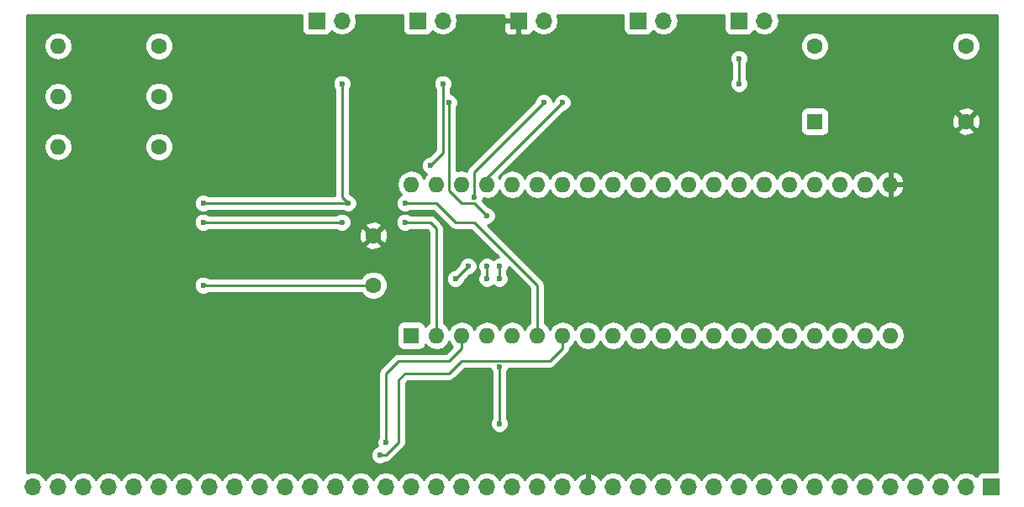
<source format=gbl>
G04 #@! TF.FileFunction,Copper,L2,Bot,Signal*
%FSLAX46Y46*%
G04 Gerber Fmt 4.6, Leading zero omitted, Abs format (unit mm)*
G04 Created by KiCad (PCBNEW 4.0.6) date 06/10/17 01:38:28*
%MOMM*%
%LPD*%
G01*
G04 APERTURE LIST*
%ADD10C,0.100000*%
%ADD11R,1.700000X1.700000*%
%ADD12O,1.700000X1.700000*%
%ADD13C,1.600000*%
%ADD14O,1.600000X1.600000*%
%ADD15R,1.600000X1.600000*%
%ADD16C,0.600000*%
%ADD17C,0.250000*%
%ADD18C,0.254000*%
G04 APERTURE END LIST*
D10*
D11*
X190500000Y-139700000D03*
D12*
X187960000Y-139700000D03*
X185420000Y-139700000D03*
X182880000Y-139700000D03*
X180340000Y-139700000D03*
X177800000Y-139700000D03*
X175260000Y-139700000D03*
X172720000Y-139700000D03*
X170180000Y-139700000D03*
X167640000Y-139700000D03*
X165100000Y-139700000D03*
X162560000Y-139700000D03*
X160020000Y-139700000D03*
X157480000Y-139700000D03*
X154940000Y-139700000D03*
X152400000Y-139700000D03*
X149860000Y-139700000D03*
X147320000Y-139700000D03*
X144780000Y-139700000D03*
X142240000Y-139700000D03*
X139700000Y-139700000D03*
X137160000Y-139700000D03*
X134620000Y-139700000D03*
X132080000Y-139700000D03*
X129540000Y-139700000D03*
X127000000Y-139700000D03*
X124460000Y-139700000D03*
X121920000Y-139700000D03*
X119380000Y-139700000D03*
X116840000Y-139700000D03*
X114300000Y-139700000D03*
X111760000Y-139700000D03*
X109220000Y-139700000D03*
X106680000Y-139700000D03*
X104140000Y-139700000D03*
X101600000Y-139700000D03*
X99060000Y-139700000D03*
X96520000Y-139700000D03*
X93980000Y-139700000D03*
D11*
X132715000Y-92710000D03*
D12*
X135255000Y-92710000D03*
D11*
X122555000Y-92710000D03*
D12*
X125095000Y-92710000D03*
D13*
X106680000Y-95250000D03*
D14*
X96520000Y-95250000D03*
D13*
X106680000Y-100330000D03*
D14*
X96520000Y-100330000D03*
D13*
X106680000Y-105410000D03*
D14*
X96520000Y-105410000D03*
D15*
X132080000Y-124460000D03*
D14*
X180340000Y-109220000D03*
X134620000Y-124460000D03*
X177800000Y-109220000D03*
X137160000Y-124460000D03*
X175260000Y-109220000D03*
X139700000Y-124460000D03*
X172720000Y-109220000D03*
X142240000Y-124460000D03*
X170180000Y-109220000D03*
X144780000Y-124460000D03*
X167640000Y-109220000D03*
X147320000Y-124460000D03*
X165100000Y-109220000D03*
X149860000Y-124460000D03*
X162560000Y-109220000D03*
X152400000Y-124460000D03*
X160020000Y-109220000D03*
X154940000Y-124460000D03*
X157480000Y-109220000D03*
X157480000Y-124460000D03*
X154940000Y-109220000D03*
X160020000Y-124460000D03*
X152400000Y-109220000D03*
X162560000Y-124460000D03*
X149860000Y-109220000D03*
X165100000Y-124460000D03*
X147320000Y-109220000D03*
X167640000Y-124460000D03*
X144780000Y-109220000D03*
X170180000Y-124460000D03*
X142240000Y-109220000D03*
X172720000Y-124460000D03*
X139700000Y-109220000D03*
X175260000Y-124460000D03*
X137160000Y-109220000D03*
X177800000Y-124460000D03*
X134620000Y-109220000D03*
X180340000Y-124460000D03*
X132080000Y-109220000D03*
D13*
X128270000Y-119380000D03*
X128270000Y-114380000D03*
D11*
X165100000Y-92710000D03*
D12*
X167640000Y-92710000D03*
D11*
X154940000Y-92710000D03*
D12*
X157480000Y-92710000D03*
D15*
X172720000Y-102870000D03*
D13*
X172720000Y-95250000D03*
X187960000Y-95250000D03*
X187960000Y-102870000D03*
D11*
X142875000Y-92710000D03*
D12*
X145415000Y-92710000D03*
D16*
X111125000Y-119380000D03*
X165100000Y-96520000D03*
X165100000Y-99060000D03*
X140970000Y-127635000D03*
X140970000Y-133350000D03*
X140970000Y-118745000D03*
X140970000Y-117475000D03*
X147320000Y-100965000D03*
X133985000Y-107315000D03*
X135255000Y-99060000D03*
X135890000Y-100965000D03*
X139700000Y-112395000D03*
X139700000Y-117475000D03*
X139700000Y-118745000D03*
X125095000Y-99060000D03*
X111125000Y-111125000D03*
X125730000Y-111125000D03*
X131445000Y-111125000D03*
X111125000Y-113030000D03*
X125095000Y-113030000D03*
X131445000Y-113030000D03*
X129540000Y-135255000D03*
X128905000Y-136525000D03*
X145415000Y-100965000D03*
X137795000Y-117475000D03*
X136525000Y-118745000D03*
X138430000Y-110490000D03*
D17*
X111125000Y-119380000D02*
X128270000Y-119380000D01*
X165100000Y-99060000D02*
X165100000Y-96520000D01*
X140970000Y-127635000D02*
X140970000Y-133350000D01*
X140970000Y-118745000D02*
X140970000Y-117475000D01*
X139700000Y-109220000D02*
X139700000Y-108585000D01*
X139700000Y-108585000D02*
X147320000Y-100965000D01*
X135255000Y-106045000D02*
X135255000Y-99060000D01*
X133985000Y-107315000D02*
X135255000Y-106045000D01*
X137160000Y-111125000D02*
X135890000Y-109855000D01*
X138430000Y-111125000D02*
X137160000Y-111125000D01*
X139700000Y-112395000D02*
X138430000Y-111125000D01*
X139700000Y-118745000D02*
X139700000Y-117475000D01*
X135890000Y-109855000D02*
X135890000Y-100965000D01*
X125095000Y-100330000D02*
X125095000Y-99060000D01*
X125095000Y-100330000D02*
X125095000Y-109855000D01*
X125730000Y-111125000D02*
X125095000Y-110490000D01*
X125095000Y-109855000D02*
X125095000Y-110490000D01*
X125730000Y-111125000D02*
X125095000Y-111125000D01*
X125095000Y-111125000D02*
X111125000Y-111125000D01*
X134620000Y-111125000D02*
X131445000Y-111125000D01*
X144780000Y-119380000D02*
X138430000Y-113030000D01*
X138430000Y-113030000D02*
X136525000Y-113030000D01*
X136525000Y-113030000D02*
X134620000Y-111125000D01*
X144780000Y-119380000D02*
X144780000Y-124460000D01*
X133985000Y-113030000D02*
X131445000Y-113030000D01*
X134620000Y-113665000D02*
X133985000Y-113030000D01*
X134620000Y-113665000D02*
X134620000Y-124460000D01*
X125095000Y-113030000D02*
X111125000Y-113030000D01*
X137160000Y-125730000D02*
X137160000Y-124460000D01*
X135890000Y-127000000D02*
X137160000Y-125730000D01*
X130810000Y-127000000D02*
X135890000Y-127000000D01*
X129540000Y-128270000D02*
X130810000Y-127000000D01*
X129540000Y-128905000D02*
X129540000Y-128270000D01*
X129540000Y-135255000D02*
X129540000Y-128905000D01*
X129540000Y-136525000D02*
X128905000Y-136525000D01*
X147320000Y-125730000D02*
X146050000Y-127000000D01*
X146050000Y-127000000D02*
X137160000Y-127000000D01*
X137160000Y-127000000D02*
X135890000Y-128270000D01*
X135890000Y-128270000D02*
X131445000Y-128270000D01*
X131445000Y-128270000D02*
X130810000Y-128905000D01*
X130810000Y-128905000D02*
X130810000Y-135255000D01*
X130810000Y-135255000D02*
X129540000Y-136525000D01*
X147320000Y-124460000D02*
X147320000Y-125730000D01*
X145415000Y-100965000D02*
X138430000Y-107950000D01*
X138430000Y-107950000D02*
X138430000Y-110490000D01*
X137795000Y-117475000D02*
X136525000Y-118745000D01*
D18*
G36*
X121057560Y-93560000D02*
X121101838Y-93795317D01*
X121240910Y-94011441D01*
X121453110Y-94156431D01*
X121705000Y-94207440D01*
X123405000Y-94207440D01*
X123640317Y-94163162D01*
X123856441Y-94024090D01*
X124001431Y-93811890D01*
X124015086Y-93744459D01*
X124044946Y-93789147D01*
X124526715Y-94111054D01*
X125095000Y-94224093D01*
X125663285Y-94111054D01*
X126145054Y-93789147D01*
X126466961Y-93307378D01*
X126580000Y-92739093D01*
X126580000Y-92680907D01*
X126474396Y-92150000D01*
X131217560Y-92150000D01*
X131217560Y-93560000D01*
X131261838Y-93795317D01*
X131400910Y-94011441D01*
X131613110Y-94156431D01*
X131865000Y-94207440D01*
X133565000Y-94207440D01*
X133800317Y-94163162D01*
X134016441Y-94024090D01*
X134161431Y-93811890D01*
X134175086Y-93744459D01*
X134204946Y-93789147D01*
X134686715Y-94111054D01*
X135255000Y-94224093D01*
X135823285Y-94111054D01*
X136305054Y-93789147D01*
X136626961Y-93307378D01*
X136688947Y-92995750D01*
X141390000Y-92995750D01*
X141390000Y-93686309D01*
X141486673Y-93919698D01*
X141665301Y-94098327D01*
X141898690Y-94195000D01*
X142589250Y-94195000D01*
X142748000Y-94036250D01*
X142748000Y-92837000D01*
X141548750Y-92837000D01*
X141390000Y-92995750D01*
X136688947Y-92995750D01*
X136740000Y-92739093D01*
X136740000Y-92680907D01*
X136634396Y-92150000D01*
X141390000Y-92150000D01*
X141390000Y-92424250D01*
X141548750Y-92583000D01*
X142748000Y-92583000D01*
X142748000Y-92563000D01*
X143002000Y-92563000D01*
X143002000Y-92583000D01*
X143022000Y-92583000D01*
X143022000Y-92837000D01*
X143002000Y-92837000D01*
X143002000Y-94036250D01*
X143160750Y-94195000D01*
X143851310Y-94195000D01*
X144084699Y-94098327D01*
X144263327Y-93919698D01*
X144335597Y-93745223D01*
X144364946Y-93789147D01*
X144846715Y-94111054D01*
X145415000Y-94224093D01*
X145983285Y-94111054D01*
X146465054Y-93789147D01*
X146786961Y-93307378D01*
X146900000Y-92739093D01*
X146900000Y-92680907D01*
X146794396Y-92150000D01*
X153442560Y-92150000D01*
X153442560Y-93560000D01*
X153486838Y-93795317D01*
X153625910Y-94011441D01*
X153838110Y-94156431D01*
X154090000Y-94207440D01*
X155790000Y-94207440D01*
X156025317Y-94163162D01*
X156241441Y-94024090D01*
X156386431Y-93811890D01*
X156400086Y-93744459D01*
X156429946Y-93789147D01*
X156911715Y-94111054D01*
X157480000Y-94224093D01*
X158048285Y-94111054D01*
X158530054Y-93789147D01*
X158851961Y-93307378D01*
X158965000Y-92739093D01*
X158965000Y-92680907D01*
X158859396Y-92150000D01*
X163602560Y-92150000D01*
X163602560Y-93560000D01*
X163646838Y-93795317D01*
X163785910Y-94011441D01*
X163998110Y-94156431D01*
X164250000Y-94207440D01*
X165950000Y-94207440D01*
X166185317Y-94163162D01*
X166401441Y-94024090D01*
X166546431Y-93811890D01*
X166560086Y-93744459D01*
X166589946Y-93789147D01*
X167071715Y-94111054D01*
X167640000Y-94224093D01*
X168208285Y-94111054D01*
X168690054Y-93789147D01*
X169011961Y-93307378D01*
X169125000Y-92739093D01*
X169125000Y-92680907D01*
X169019396Y-92150000D01*
X191060000Y-92150000D01*
X191060000Y-138202560D01*
X189650000Y-138202560D01*
X189414683Y-138246838D01*
X189198559Y-138385910D01*
X189053569Y-138598110D01*
X189039914Y-138665541D01*
X189010054Y-138620853D01*
X188528285Y-138298946D01*
X187960000Y-138185907D01*
X187391715Y-138298946D01*
X186909946Y-138620853D01*
X186690000Y-138950026D01*
X186470054Y-138620853D01*
X185988285Y-138298946D01*
X185420000Y-138185907D01*
X184851715Y-138298946D01*
X184369946Y-138620853D01*
X184150000Y-138950026D01*
X183930054Y-138620853D01*
X183448285Y-138298946D01*
X182880000Y-138185907D01*
X182311715Y-138298946D01*
X181829946Y-138620853D01*
X181610000Y-138950026D01*
X181390054Y-138620853D01*
X180908285Y-138298946D01*
X180340000Y-138185907D01*
X179771715Y-138298946D01*
X179289946Y-138620853D01*
X179070000Y-138950026D01*
X178850054Y-138620853D01*
X178368285Y-138298946D01*
X177800000Y-138185907D01*
X177231715Y-138298946D01*
X176749946Y-138620853D01*
X176530000Y-138950026D01*
X176310054Y-138620853D01*
X175828285Y-138298946D01*
X175260000Y-138185907D01*
X174691715Y-138298946D01*
X174209946Y-138620853D01*
X173990000Y-138950026D01*
X173770054Y-138620853D01*
X173288285Y-138298946D01*
X172720000Y-138185907D01*
X172151715Y-138298946D01*
X171669946Y-138620853D01*
X171450000Y-138950026D01*
X171230054Y-138620853D01*
X170748285Y-138298946D01*
X170180000Y-138185907D01*
X169611715Y-138298946D01*
X169129946Y-138620853D01*
X168910000Y-138950026D01*
X168690054Y-138620853D01*
X168208285Y-138298946D01*
X167640000Y-138185907D01*
X167071715Y-138298946D01*
X166589946Y-138620853D01*
X166370000Y-138950026D01*
X166150054Y-138620853D01*
X165668285Y-138298946D01*
X165100000Y-138185907D01*
X164531715Y-138298946D01*
X164049946Y-138620853D01*
X163830000Y-138950026D01*
X163610054Y-138620853D01*
X163128285Y-138298946D01*
X162560000Y-138185907D01*
X161991715Y-138298946D01*
X161509946Y-138620853D01*
X161290000Y-138950026D01*
X161070054Y-138620853D01*
X160588285Y-138298946D01*
X160020000Y-138185907D01*
X159451715Y-138298946D01*
X158969946Y-138620853D01*
X158750000Y-138950026D01*
X158530054Y-138620853D01*
X158048285Y-138298946D01*
X157480000Y-138185907D01*
X156911715Y-138298946D01*
X156429946Y-138620853D01*
X156210000Y-138950026D01*
X155990054Y-138620853D01*
X155508285Y-138298946D01*
X154940000Y-138185907D01*
X154371715Y-138298946D01*
X153889946Y-138620853D01*
X153670000Y-138950026D01*
X153450054Y-138620853D01*
X152968285Y-138298946D01*
X152400000Y-138185907D01*
X151831715Y-138298946D01*
X151349946Y-138620853D01*
X151122298Y-138961553D01*
X151055183Y-138818642D01*
X150626924Y-138428355D01*
X150216890Y-138258524D01*
X149987000Y-138379845D01*
X149987000Y-139573000D01*
X150007000Y-139573000D01*
X150007000Y-139827000D01*
X149987000Y-139827000D01*
X149987000Y-139847000D01*
X149733000Y-139847000D01*
X149733000Y-139827000D01*
X149713000Y-139827000D01*
X149713000Y-139573000D01*
X149733000Y-139573000D01*
X149733000Y-138379845D01*
X149503110Y-138258524D01*
X149093076Y-138428355D01*
X148664817Y-138818642D01*
X148597702Y-138961553D01*
X148370054Y-138620853D01*
X147888285Y-138298946D01*
X147320000Y-138185907D01*
X146751715Y-138298946D01*
X146269946Y-138620853D01*
X146050000Y-138950026D01*
X145830054Y-138620853D01*
X145348285Y-138298946D01*
X144780000Y-138185907D01*
X144211715Y-138298946D01*
X143729946Y-138620853D01*
X143510000Y-138950026D01*
X143290054Y-138620853D01*
X142808285Y-138298946D01*
X142240000Y-138185907D01*
X141671715Y-138298946D01*
X141189946Y-138620853D01*
X140970000Y-138950026D01*
X140750054Y-138620853D01*
X140268285Y-138298946D01*
X139700000Y-138185907D01*
X139131715Y-138298946D01*
X138649946Y-138620853D01*
X138430000Y-138950026D01*
X138210054Y-138620853D01*
X137728285Y-138298946D01*
X137160000Y-138185907D01*
X136591715Y-138298946D01*
X136109946Y-138620853D01*
X135890000Y-138950026D01*
X135670054Y-138620853D01*
X135188285Y-138298946D01*
X134620000Y-138185907D01*
X134051715Y-138298946D01*
X133569946Y-138620853D01*
X133350000Y-138950026D01*
X133130054Y-138620853D01*
X132648285Y-138298946D01*
X132080000Y-138185907D01*
X131511715Y-138298946D01*
X131029946Y-138620853D01*
X130810000Y-138950026D01*
X130590054Y-138620853D01*
X130108285Y-138298946D01*
X129540000Y-138185907D01*
X128971715Y-138298946D01*
X128489946Y-138620853D01*
X128270000Y-138950026D01*
X128050054Y-138620853D01*
X127568285Y-138298946D01*
X127000000Y-138185907D01*
X126431715Y-138298946D01*
X125949946Y-138620853D01*
X125730000Y-138950026D01*
X125510054Y-138620853D01*
X125028285Y-138298946D01*
X124460000Y-138185907D01*
X123891715Y-138298946D01*
X123409946Y-138620853D01*
X123190000Y-138950026D01*
X122970054Y-138620853D01*
X122488285Y-138298946D01*
X121920000Y-138185907D01*
X121351715Y-138298946D01*
X120869946Y-138620853D01*
X120650000Y-138950026D01*
X120430054Y-138620853D01*
X119948285Y-138298946D01*
X119380000Y-138185907D01*
X118811715Y-138298946D01*
X118329946Y-138620853D01*
X118110000Y-138950026D01*
X117890054Y-138620853D01*
X117408285Y-138298946D01*
X116840000Y-138185907D01*
X116271715Y-138298946D01*
X115789946Y-138620853D01*
X115570000Y-138950026D01*
X115350054Y-138620853D01*
X114868285Y-138298946D01*
X114300000Y-138185907D01*
X113731715Y-138298946D01*
X113249946Y-138620853D01*
X113030000Y-138950026D01*
X112810054Y-138620853D01*
X112328285Y-138298946D01*
X111760000Y-138185907D01*
X111191715Y-138298946D01*
X110709946Y-138620853D01*
X110490000Y-138950026D01*
X110270054Y-138620853D01*
X109788285Y-138298946D01*
X109220000Y-138185907D01*
X108651715Y-138298946D01*
X108169946Y-138620853D01*
X107950000Y-138950026D01*
X107730054Y-138620853D01*
X107248285Y-138298946D01*
X106680000Y-138185907D01*
X106111715Y-138298946D01*
X105629946Y-138620853D01*
X105410000Y-138950026D01*
X105190054Y-138620853D01*
X104708285Y-138298946D01*
X104140000Y-138185907D01*
X103571715Y-138298946D01*
X103089946Y-138620853D01*
X102870000Y-138950026D01*
X102650054Y-138620853D01*
X102168285Y-138298946D01*
X101600000Y-138185907D01*
X101031715Y-138298946D01*
X100549946Y-138620853D01*
X100330000Y-138950026D01*
X100110054Y-138620853D01*
X99628285Y-138298946D01*
X99060000Y-138185907D01*
X98491715Y-138298946D01*
X98009946Y-138620853D01*
X97790000Y-138950026D01*
X97570054Y-138620853D01*
X97088285Y-138298946D01*
X96520000Y-138185907D01*
X95951715Y-138298946D01*
X95469946Y-138620853D01*
X95250000Y-138950026D01*
X95030054Y-138620853D01*
X94548285Y-138298946D01*
X93980000Y-138185907D01*
X93420000Y-138297298D01*
X93420000Y-136710167D01*
X127969838Y-136710167D01*
X128111883Y-137053943D01*
X128374673Y-137317192D01*
X128718201Y-137459838D01*
X129090167Y-137460162D01*
X129433943Y-137318117D01*
X129467118Y-137285000D01*
X129540000Y-137285000D01*
X129830839Y-137227148D01*
X130077401Y-137062401D01*
X131347401Y-135792401D01*
X131512148Y-135545840D01*
X131570000Y-135255000D01*
X131570000Y-129219802D01*
X131759802Y-129030000D01*
X135890000Y-129030000D01*
X136180839Y-128972148D01*
X136427401Y-128807401D01*
X137474802Y-127760000D01*
X140034890Y-127760000D01*
X140034838Y-127820167D01*
X140176883Y-128163943D01*
X140210000Y-128197118D01*
X140210000Y-132787537D01*
X140177808Y-132819673D01*
X140035162Y-133163201D01*
X140034838Y-133535167D01*
X140176883Y-133878943D01*
X140439673Y-134142192D01*
X140783201Y-134284838D01*
X141155167Y-134285162D01*
X141498943Y-134143117D01*
X141762192Y-133880327D01*
X141904838Y-133536799D01*
X141905162Y-133164833D01*
X141763117Y-132821057D01*
X141730000Y-132787882D01*
X141730000Y-128197463D01*
X141762192Y-128165327D01*
X141904838Y-127821799D01*
X141904892Y-127760000D01*
X146050000Y-127760000D01*
X146340839Y-127702148D01*
X146587401Y-127537401D01*
X147857401Y-126267401D01*
X148022148Y-126020840D01*
X148080000Y-125730000D01*
X148080000Y-125672995D01*
X148334698Y-125502811D01*
X148590000Y-125120725D01*
X148845302Y-125502811D01*
X149310849Y-125813880D01*
X149860000Y-125923113D01*
X150409151Y-125813880D01*
X150874698Y-125502811D01*
X151130000Y-125120725D01*
X151385302Y-125502811D01*
X151850849Y-125813880D01*
X152400000Y-125923113D01*
X152949151Y-125813880D01*
X153414698Y-125502811D01*
X153670000Y-125120725D01*
X153925302Y-125502811D01*
X154390849Y-125813880D01*
X154940000Y-125923113D01*
X155489151Y-125813880D01*
X155954698Y-125502811D01*
X156210000Y-125120725D01*
X156465302Y-125502811D01*
X156930849Y-125813880D01*
X157480000Y-125923113D01*
X158029151Y-125813880D01*
X158494698Y-125502811D01*
X158750000Y-125120725D01*
X159005302Y-125502811D01*
X159470849Y-125813880D01*
X160020000Y-125923113D01*
X160569151Y-125813880D01*
X161034698Y-125502811D01*
X161290000Y-125120725D01*
X161545302Y-125502811D01*
X162010849Y-125813880D01*
X162560000Y-125923113D01*
X163109151Y-125813880D01*
X163574698Y-125502811D01*
X163830000Y-125120725D01*
X164085302Y-125502811D01*
X164550849Y-125813880D01*
X165100000Y-125923113D01*
X165649151Y-125813880D01*
X166114698Y-125502811D01*
X166370000Y-125120725D01*
X166625302Y-125502811D01*
X167090849Y-125813880D01*
X167640000Y-125923113D01*
X168189151Y-125813880D01*
X168654698Y-125502811D01*
X168910000Y-125120725D01*
X169165302Y-125502811D01*
X169630849Y-125813880D01*
X170180000Y-125923113D01*
X170729151Y-125813880D01*
X171194698Y-125502811D01*
X171450000Y-125120725D01*
X171705302Y-125502811D01*
X172170849Y-125813880D01*
X172720000Y-125923113D01*
X173269151Y-125813880D01*
X173734698Y-125502811D01*
X173990000Y-125120725D01*
X174245302Y-125502811D01*
X174710849Y-125813880D01*
X175260000Y-125923113D01*
X175809151Y-125813880D01*
X176274698Y-125502811D01*
X176530000Y-125120725D01*
X176785302Y-125502811D01*
X177250849Y-125813880D01*
X177800000Y-125923113D01*
X178349151Y-125813880D01*
X178814698Y-125502811D01*
X179070000Y-125120725D01*
X179325302Y-125502811D01*
X179790849Y-125813880D01*
X180340000Y-125923113D01*
X180889151Y-125813880D01*
X181354698Y-125502811D01*
X181665767Y-125037264D01*
X181775000Y-124488113D01*
X181775000Y-124431887D01*
X181665767Y-123882736D01*
X181354698Y-123417189D01*
X180889151Y-123106120D01*
X180340000Y-122996887D01*
X179790849Y-123106120D01*
X179325302Y-123417189D01*
X179070000Y-123799275D01*
X178814698Y-123417189D01*
X178349151Y-123106120D01*
X177800000Y-122996887D01*
X177250849Y-123106120D01*
X176785302Y-123417189D01*
X176530000Y-123799275D01*
X176274698Y-123417189D01*
X175809151Y-123106120D01*
X175260000Y-122996887D01*
X174710849Y-123106120D01*
X174245302Y-123417189D01*
X173990000Y-123799275D01*
X173734698Y-123417189D01*
X173269151Y-123106120D01*
X172720000Y-122996887D01*
X172170849Y-123106120D01*
X171705302Y-123417189D01*
X171450000Y-123799275D01*
X171194698Y-123417189D01*
X170729151Y-123106120D01*
X170180000Y-122996887D01*
X169630849Y-123106120D01*
X169165302Y-123417189D01*
X168910000Y-123799275D01*
X168654698Y-123417189D01*
X168189151Y-123106120D01*
X167640000Y-122996887D01*
X167090849Y-123106120D01*
X166625302Y-123417189D01*
X166370000Y-123799275D01*
X166114698Y-123417189D01*
X165649151Y-123106120D01*
X165100000Y-122996887D01*
X164550849Y-123106120D01*
X164085302Y-123417189D01*
X163830000Y-123799275D01*
X163574698Y-123417189D01*
X163109151Y-123106120D01*
X162560000Y-122996887D01*
X162010849Y-123106120D01*
X161545302Y-123417189D01*
X161290000Y-123799275D01*
X161034698Y-123417189D01*
X160569151Y-123106120D01*
X160020000Y-122996887D01*
X159470849Y-123106120D01*
X159005302Y-123417189D01*
X158750000Y-123799275D01*
X158494698Y-123417189D01*
X158029151Y-123106120D01*
X157480000Y-122996887D01*
X156930849Y-123106120D01*
X156465302Y-123417189D01*
X156210000Y-123799275D01*
X155954698Y-123417189D01*
X155489151Y-123106120D01*
X154940000Y-122996887D01*
X154390849Y-123106120D01*
X153925302Y-123417189D01*
X153670000Y-123799275D01*
X153414698Y-123417189D01*
X152949151Y-123106120D01*
X152400000Y-122996887D01*
X151850849Y-123106120D01*
X151385302Y-123417189D01*
X151130000Y-123799275D01*
X150874698Y-123417189D01*
X150409151Y-123106120D01*
X149860000Y-122996887D01*
X149310849Y-123106120D01*
X148845302Y-123417189D01*
X148590000Y-123799275D01*
X148334698Y-123417189D01*
X147869151Y-123106120D01*
X147320000Y-122996887D01*
X146770849Y-123106120D01*
X146305302Y-123417189D01*
X146050000Y-123799275D01*
X145794698Y-123417189D01*
X145540000Y-123247005D01*
X145540000Y-119380000D01*
X145482148Y-119089161D01*
X145317401Y-118842599D01*
X139804894Y-113330092D01*
X139885167Y-113330162D01*
X140228943Y-113188117D01*
X140492192Y-112925327D01*
X140634838Y-112581799D01*
X140635162Y-112209833D01*
X140493117Y-111866057D01*
X140230327Y-111602808D01*
X139886799Y-111460162D01*
X139839923Y-111460121D01*
X139274400Y-110894598D01*
X139364838Y-110676799D01*
X139364891Y-110616456D01*
X139700000Y-110683113D01*
X140249151Y-110573880D01*
X140714698Y-110262811D01*
X140970000Y-109880725D01*
X141225302Y-110262811D01*
X141690849Y-110573880D01*
X142240000Y-110683113D01*
X142789151Y-110573880D01*
X143254698Y-110262811D01*
X143510000Y-109880725D01*
X143765302Y-110262811D01*
X144230849Y-110573880D01*
X144780000Y-110683113D01*
X145329151Y-110573880D01*
X145794698Y-110262811D01*
X146050000Y-109880725D01*
X146305302Y-110262811D01*
X146770849Y-110573880D01*
X147320000Y-110683113D01*
X147869151Y-110573880D01*
X148334698Y-110262811D01*
X148590000Y-109880725D01*
X148845302Y-110262811D01*
X149310849Y-110573880D01*
X149860000Y-110683113D01*
X150409151Y-110573880D01*
X150874698Y-110262811D01*
X151130000Y-109880725D01*
X151385302Y-110262811D01*
X151850849Y-110573880D01*
X152400000Y-110683113D01*
X152949151Y-110573880D01*
X153414698Y-110262811D01*
X153670000Y-109880725D01*
X153925302Y-110262811D01*
X154390849Y-110573880D01*
X154940000Y-110683113D01*
X155489151Y-110573880D01*
X155954698Y-110262811D01*
X156210000Y-109880725D01*
X156465302Y-110262811D01*
X156930849Y-110573880D01*
X157480000Y-110683113D01*
X158029151Y-110573880D01*
X158494698Y-110262811D01*
X158750000Y-109880725D01*
X159005302Y-110262811D01*
X159470849Y-110573880D01*
X160020000Y-110683113D01*
X160569151Y-110573880D01*
X161034698Y-110262811D01*
X161290000Y-109880725D01*
X161545302Y-110262811D01*
X162010849Y-110573880D01*
X162560000Y-110683113D01*
X163109151Y-110573880D01*
X163574698Y-110262811D01*
X163830000Y-109880725D01*
X164085302Y-110262811D01*
X164550849Y-110573880D01*
X165100000Y-110683113D01*
X165649151Y-110573880D01*
X166114698Y-110262811D01*
X166370000Y-109880725D01*
X166625302Y-110262811D01*
X167090849Y-110573880D01*
X167640000Y-110683113D01*
X168189151Y-110573880D01*
X168654698Y-110262811D01*
X168910000Y-109880725D01*
X169165302Y-110262811D01*
X169630849Y-110573880D01*
X170180000Y-110683113D01*
X170729151Y-110573880D01*
X171194698Y-110262811D01*
X171450000Y-109880725D01*
X171705302Y-110262811D01*
X172170849Y-110573880D01*
X172720000Y-110683113D01*
X173269151Y-110573880D01*
X173734698Y-110262811D01*
X173990000Y-109880725D01*
X174245302Y-110262811D01*
X174710849Y-110573880D01*
X175260000Y-110683113D01*
X175809151Y-110573880D01*
X176274698Y-110262811D01*
X176530000Y-109880725D01*
X176785302Y-110262811D01*
X177250849Y-110573880D01*
X177800000Y-110683113D01*
X178349151Y-110573880D01*
X178814698Y-110262811D01*
X179084986Y-109858297D01*
X179187611Y-110075134D01*
X179602577Y-110451041D01*
X179990961Y-110611904D01*
X180213000Y-110489915D01*
X180213000Y-109347000D01*
X180467000Y-109347000D01*
X180467000Y-110489915D01*
X180689039Y-110611904D01*
X181077423Y-110451041D01*
X181492389Y-110075134D01*
X181731914Y-109569041D01*
X181610629Y-109347000D01*
X180467000Y-109347000D01*
X180213000Y-109347000D01*
X180193000Y-109347000D01*
X180193000Y-109093000D01*
X180213000Y-109093000D01*
X180213000Y-107950085D01*
X180467000Y-107950085D01*
X180467000Y-109093000D01*
X181610629Y-109093000D01*
X181731914Y-108870959D01*
X181492389Y-108364866D01*
X181077423Y-107988959D01*
X180689039Y-107828096D01*
X180467000Y-107950085D01*
X180213000Y-107950085D01*
X179990961Y-107828096D01*
X179602577Y-107988959D01*
X179187611Y-108364866D01*
X179084986Y-108581703D01*
X178814698Y-108177189D01*
X178349151Y-107866120D01*
X177800000Y-107756887D01*
X177250849Y-107866120D01*
X176785302Y-108177189D01*
X176530000Y-108559275D01*
X176274698Y-108177189D01*
X175809151Y-107866120D01*
X175260000Y-107756887D01*
X174710849Y-107866120D01*
X174245302Y-108177189D01*
X173990000Y-108559275D01*
X173734698Y-108177189D01*
X173269151Y-107866120D01*
X172720000Y-107756887D01*
X172170849Y-107866120D01*
X171705302Y-108177189D01*
X171450000Y-108559275D01*
X171194698Y-108177189D01*
X170729151Y-107866120D01*
X170180000Y-107756887D01*
X169630849Y-107866120D01*
X169165302Y-108177189D01*
X168910000Y-108559275D01*
X168654698Y-108177189D01*
X168189151Y-107866120D01*
X167640000Y-107756887D01*
X167090849Y-107866120D01*
X166625302Y-108177189D01*
X166370000Y-108559275D01*
X166114698Y-108177189D01*
X165649151Y-107866120D01*
X165100000Y-107756887D01*
X164550849Y-107866120D01*
X164085302Y-108177189D01*
X163830000Y-108559275D01*
X163574698Y-108177189D01*
X163109151Y-107866120D01*
X162560000Y-107756887D01*
X162010849Y-107866120D01*
X161545302Y-108177189D01*
X161290000Y-108559275D01*
X161034698Y-108177189D01*
X160569151Y-107866120D01*
X160020000Y-107756887D01*
X159470849Y-107866120D01*
X159005302Y-108177189D01*
X158750000Y-108559275D01*
X158494698Y-108177189D01*
X158029151Y-107866120D01*
X157480000Y-107756887D01*
X156930849Y-107866120D01*
X156465302Y-108177189D01*
X156210000Y-108559275D01*
X155954698Y-108177189D01*
X155489151Y-107866120D01*
X154940000Y-107756887D01*
X154390849Y-107866120D01*
X153925302Y-108177189D01*
X153670000Y-108559275D01*
X153414698Y-108177189D01*
X152949151Y-107866120D01*
X152400000Y-107756887D01*
X151850849Y-107866120D01*
X151385302Y-108177189D01*
X151130000Y-108559275D01*
X150874698Y-108177189D01*
X150409151Y-107866120D01*
X149860000Y-107756887D01*
X149310849Y-107866120D01*
X148845302Y-108177189D01*
X148590000Y-108559275D01*
X148334698Y-108177189D01*
X147869151Y-107866120D01*
X147320000Y-107756887D01*
X146770849Y-107866120D01*
X146305302Y-108177189D01*
X146050000Y-108559275D01*
X145794698Y-108177189D01*
X145329151Y-107866120D01*
X144780000Y-107756887D01*
X144230849Y-107866120D01*
X143765302Y-108177189D01*
X143510000Y-108559275D01*
X143254698Y-108177189D01*
X142789151Y-107866120D01*
X142240000Y-107756887D01*
X141690849Y-107866120D01*
X141225302Y-108177189D01*
X140970000Y-108559275D01*
X140902119Y-108457683D01*
X147289802Y-102070000D01*
X171272560Y-102070000D01*
X171272560Y-103670000D01*
X171316838Y-103905317D01*
X171455910Y-104121441D01*
X171668110Y-104266431D01*
X171920000Y-104317440D01*
X173520000Y-104317440D01*
X173755317Y-104273162D01*
X173971441Y-104134090D01*
X174116431Y-103921890D01*
X174125370Y-103877745D01*
X187131861Y-103877745D01*
X187205995Y-104123864D01*
X187743223Y-104316965D01*
X188313454Y-104289778D01*
X188714005Y-104123864D01*
X188788139Y-103877745D01*
X187960000Y-103049605D01*
X187131861Y-103877745D01*
X174125370Y-103877745D01*
X174167440Y-103670000D01*
X174167440Y-102653223D01*
X186513035Y-102653223D01*
X186540222Y-103223454D01*
X186706136Y-103624005D01*
X186952255Y-103698139D01*
X187780395Y-102870000D01*
X188139605Y-102870000D01*
X188967745Y-103698139D01*
X189213864Y-103624005D01*
X189406965Y-103086777D01*
X189379778Y-102516546D01*
X189213864Y-102115995D01*
X188967745Y-102041861D01*
X188139605Y-102870000D01*
X187780395Y-102870000D01*
X186952255Y-102041861D01*
X186706136Y-102115995D01*
X186513035Y-102653223D01*
X174167440Y-102653223D01*
X174167440Y-102070000D01*
X174128351Y-101862255D01*
X187131861Y-101862255D01*
X187960000Y-102690395D01*
X188788139Y-101862255D01*
X188714005Y-101616136D01*
X188176777Y-101423035D01*
X187606546Y-101450222D01*
X187205995Y-101616136D01*
X187131861Y-101862255D01*
X174128351Y-101862255D01*
X174123162Y-101834683D01*
X173984090Y-101618559D01*
X173771890Y-101473569D01*
X173520000Y-101422560D01*
X171920000Y-101422560D01*
X171684683Y-101466838D01*
X171468559Y-101605910D01*
X171323569Y-101818110D01*
X171272560Y-102070000D01*
X147289802Y-102070000D01*
X147459680Y-101900122D01*
X147505167Y-101900162D01*
X147848943Y-101758117D01*
X148112192Y-101495327D01*
X148254838Y-101151799D01*
X148255162Y-100779833D01*
X148113117Y-100436057D01*
X147850327Y-100172808D01*
X147506799Y-100030162D01*
X147134833Y-100029838D01*
X146791057Y-100171883D01*
X146527808Y-100434673D01*
X146385162Y-100778201D01*
X146385121Y-100825077D01*
X146350092Y-100860106D01*
X146350162Y-100779833D01*
X146208117Y-100436057D01*
X145945327Y-100172808D01*
X145601799Y-100030162D01*
X145229833Y-100029838D01*
X144886057Y-100171883D01*
X144622808Y-100434673D01*
X144480162Y-100778201D01*
X144480121Y-100825077D01*
X137892599Y-107412599D01*
X137727852Y-107659161D01*
X137687540Y-107861821D01*
X137160000Y-107756887D01*
X136650000Y-107858332D01*
X136650000Y-101527463D01*
X136682192Y-101495327D01*
X136824838Y-101151799D01*
X136825162Y-100779833D01*
X136683117Y-100436057D01*
X136420327Y-100172808D01*
X136076799Y-100030162D01*
X136015000Y-100030108D01*
X136015000Y-99622463D01*
X136047192Y-99590327D01*
X136189838Y-99246799D01*
X136190162Y-98874833D01*
X136048117Y-98531057D01*
X135785327Y-98267808D01*
X135441799Y-98125162D01*
X135069833Y-98124838D01*
X134726057Y-98266883D01*
X134462808Y-98529673D01*
X134320162Y-98873201D01*
X134319838Y-99245167D01*
X134461883Y-99588943D01*
X134495000Y-99622118D01*
X134495000Y-105730198D01*
X133845320Y-106379878D01*
X133799833Y-106379838D01*
X133456057Y-106521883D01*
X133192808Y-106784673D01*
X133050162Y-107128201D01*
X133049838Y-107500167D01*
X133191883Y-107843943D01*
X133454673Y-108107192D01*
X133612178Y-108172594D01*
X133605302Y-108177189D01*
X133350000Y-108559275D01*
X133094698Y-108177189D01*
X132629151Y-107866120D01*
X132080000Y-107756887D01*
X131530849Y-107866120D01*
X131065302Y-108177189D01*
X130754233Y-108642736D01*
X130645000Y-109191887D01*
X130645000Y-109248113D01*
X130754233Y-109797264D01*
X131065302Y-110262811D01*
X131072150Y-110267387D01*
X130916057Y-110331883D01*
X130652808Y-110594673D01*
X130510162Y-110938201D01*
X130509838Y-111310167D01*
X130651883Y-111653943D01*
X130914673Y-111917192D01*
X131258201Y-112059838D01*
X131630167Y-112060162D01*
X131973943Y-111918117D01*
X132007118Y-111885000D01*
X134305198Y-111885000D01*
X135987599Y-113567401D01*
X136234161Y-113732148D01*
X136525000Y-113790000D01*
X138115198Y-113790000D01*
X140865106Y-116539908D01*
X140784833Y-116539838D01*
X140441057Y-116681883D01*
X140335046Y-116787710D01*
X140230327Y-116682808D01*
X139886799Y-116540162D01*
X139514833Y-116539838D01*
X139171057Y-116681883D01*
X138907808Y-116944673D01*
X138765162Y-117288201D01*
X138764838Y-117660167D01*
X138906883Y-118003943D01*
X138940000Y-118037118D01*
X138940000Y-118182537D01*
X138907808Y-118214673D01*
X138765162Y-118558201D01*
X138764838Y-118930167D01*
X138906883Y-119273943D01*
X139169673Y-119537192D01*
X139513201Y-119679838D01*
X139885167Y-119680162D01*
X140228943Y-119538117D01*
X140334954Y-119432290D01*
X140439673Y-119537192D01*
X140783201Y-119679838D01*
X141155167Y-119680162D01*
X141498943Y-119538117D01*
X141762192Y-119275327D01*
X141904838Y-118931799D01*
X141905162Y-118559833D01*
X141763117Y-118216057D01*
X141730000Y-118182882D01*
X141730000Y-118037463D01*
X141762192Y-118005327D01*
X141904838Y-117661799D01*
X141904910Y-117579712D01*
X144020000Y-119694802D01*
X144020000Y-123247005D01*
X143765302Y-123417189D01*
X143510000Y-123799275D01*
X143254698Y-123417189D01*
X142789151Y-123106120D01*
X142240000Y-122996887D01*
X141690849Y-123106120D01*
X141225302Y-123417189D01*
X140970000Y-123799275D01*
X140714698Y-123417189D01*
X140249151Y-123106120D01*
X139700000Y-122996887D01*
X139150849Y-123106120D01*
X138685302Y-123417189D01*
X138430000Y-123799275D01*
X138174698Y-123417189D01*
X137709151Y-123106120D01*
X137160000Y-122996887D01*
X136610849Y-123106120D01*
X136145302Y-123417189D01*
X135890000Y-123799275D01*
X135634698Y-123417189D01*
X135380000Y-123247005D01*
X135380000Y-118930167D01*
X135589838Y-118930167D01*
X135731883Y-119273943D01*
X135994673Y-119537192D01*
X136338201Y-119679838D01*
X136710167Y-119680162D01*
X137053943Y-119538117D01*
X137317192Y-119275327D01*
X137459838Y-118931799D01*
X137459879Y-118884923D01*
X137934680Y-118410122D01*
X137980167Y-118410162D01*
X138323943Y-118268117D01*
X138587192Y-118005327D01*
X138729838Y-117661799D01*
X138730162Y-117289833D01*
X138588117Y-116946057D01*
X138325327Y-116682808D01*
X137981799Y-116540162D01*
X137609833Y-116539838D01*
X137266057Y-116681883D01*
X137002808Y-116944673D01*
X136860162Y-117288201D01*
X136860121Y-117335077D01*
X136385320Y-117809878D01*
X136339833Y-117809838D01*
X135996057Y-117951883D01*
X135732808Y-118214673D01*
X135590162Y-118558201D01*
X135589838Y-118930167D01*
X135380000Y-118930167D01*
X135380000Y-113665000D01*
X135322148Y-113374161D01*
X135157401Y-113127599D01*
X134522401Y-112492599D01*
X134275839Y-112327852D01*
X133985000Y-112270000D01*
X132007463Y-112270000D01*
X131975327Y-112237808D01*
X131631799Y-112095162D01*
X131259833Y-112094838D01*
X130916057Y-112236883D01*
X130652808Y-112499673D01*
X130510162Y-112843201D01*
X130509838Y-113215167D01*
X130651883Y-113558943D01*
X130914673Y-113822192D01*
X131258201Y-113964838D01*
X131630167Y-113965162D01*
X131973943Y-113823117D01*
X132007118Y-113790000D01*
X133670198Y-113790000D01*
X133860000Y-113979802D01*
X133860000Y-123247005D01*
X133605302Y-123417189D01*
X133508899Y-123561465D01*
X133483162Y-123424683D01*
X133344090Y-123208559D01*
X133131890Y-123063569D01*
X132880000Y-123012560D01*
X131280000Y-123012560D01*
X131044683Y-123056838D01*
X130828559Y-123195910D01*
X130683569Y-123408110D01*
X130632560Y-123660000D01*
X130632560Y-125260000D01*
X130676838Y-125495317D01*
X130815910Y-125711441D01*
X131028110Y-125856431D01*
X131280000Y-125907440D01*
X132880000Y-125907440D01*
X133115317Y-125863162D01*
X133331441Y-125724090D01*
X133476431Y-125511890D01*
X133507815Y-125356911D01*
X133605302Y-125502811D01*
X134070849Y-125813880D01*
X134620000Y-125923113D01*
X135169151Y-125813880D01*
X135634698Y-125502811D01*
X135890000Y-125120725D01*
X136145302Y-125502811D01*
X136245462Y-125569736D01*
X135575198Y-126240000D01*
X130810000Y-126240000D01*
X130519160Y-126297852D01*
X130272599Y-126462599D01*
X129002599Y-127732599D01*
X128837852Y-127979161D01*
X128780000Y-128270000D01*
X128780000Y-134692537D01*
X128747808Y-134724673D01*
X128605162Y-135068201D01*
X128604838Y-135440167D01*
X128674432Y-135608597D01*
X128376057Y-135731883D01*
X128112808Y-135994673D01*
X127970162Y-136338201D01*
X127969838Y-136710167D01*
X93420000Y-136710167D01*
X93420000Y-119565167D01*
X110189838Y-119565167D01*
X110331883Y-119908943D01*
X110594673Y-120172192D01*
X110938201Y-120314838D01*
X111310167Y-120315162D01*
X111653943Y-120173117D01*
X111687118Y-120140000D01*
X127031354Y-120140000D01*
X127052757Y-120191800D01*
X127456077Y-120595824D01*
X127983309Y-120814750D01*
X128554187Y-120815248D01*
X129081800Y-120597243D01*
X129485824Y-120193923D01*
X129704750Y-119666691D01*
X129705248Y-119095813D01*
X129487243Y-118568200D01*
X129083923Y-118164176D01*
X128556691Y-117945250D01*
X127985813Y-117944752D01*
X127458200Y-118162757D01*
X127054176Y-118566077D01*
X127031785Y-118620000D01*
X111687463Y-118620000D01*
X111655327Y-118587808D01*
X111311799Y-118445162D01*
X110939833Y-118444838D01*
X110596057Y-118586883D01*
X110332808Y-118849673D01*
X110190162Y-119193201D01*
X110189838Y-119565167D01*
X93420000Y-119565167D01*
X93420000Y-115387745D01*
X127441861Y-115387745D01*
X127515995Y-115633864D01*
X128053223Y-115826965D01*
X128623454Y-115799778D01*
X129024005Y-115633864D01*
X129098139Y-115387745D01*
X128270000Y-114559605D01*
X127441861Y-115387745D01*
X93420000Y-115387745D01*
X93420000Y-114163223D01*
X126823035Y-114163223D01*
X126850222Y-114733454D01*
X127016136Y-115134005D01*
X127262255Y-115208139D01*
X128090395Y-114380000D01*
X128449605Y-114380000D01*
X129277745Y-115208139D01*
X129523864Y-115134005D01*
X129716965Y-114596777D01*
X129689778Y-114026546D01*
X129523864Y-113625995D01*
X129277745Y-113551861D01*
X128449605Y-114380000D01*
X128090395Y-114380000D01*
X127262255Y-113551861D01*
X127016136Y-113625995D01*
X126823035Y-114163223D01*
X93420000Y-114163223D01*
X93420000Y-113215167D01*
X110189838Y-113215167D01*
X110331883Y-113558943D01*
X110594673Y-113822192D01*
X110938201Y-113964838D01*
X111310167Y-113965162D01*
X111653943Y-113823117D01*
X111687118Y-113790000D01*
X124532537Y-113790000D01*
X124564673Y-113822192D01*
X124908201Y-113964838D01*
X125280167Y-113965162D01*
X125623943Y-113823117D01*
X125887192Y-113560327D01*
X125965286Y-113372255D01*
X127441861Y-113372255D01*
X128270000Y-114200395D01*
X129098139Y-113372255D01*
X129024005Y-113126136D01*
X128486777Y-112933035D01*
X127916546Y-112960222D01*
X127515995Y-113126136D01*
X127441861Y-113372255D01*
X125965286Y-113372255D01*
X126029838Y-113216799D01*
X126030162Y-112844833D01*
X125888117Y-112501057D01*
X125625327Y-112237808D01*
X125281799Y-112095162D01*
X124909833Y-112094838D01*
X124566057Y-112236883D01*
X124532882Y-112270000D01*
X111687463Y-112270000D01*
X111655327Y-112237808D01*
X111311799Y-112095162D01*
X110939833Y-112094838D01*
X110596057Y-112236883D01*
X110332808Y-112499673D01*
X110190162Y-112843201D01*
X110189838Y-113215167D01*
X93420000Y-113215167D01*
X93420000Y-111310167D01*
X110189838Y-111310167D01*
X110331883Y-111653943D01*
X110594673Y-111917192D01*
X110938201Y-112059838D01*
X111310167Y-112060162D01*
X111653943Y-111918117D01*
X111687118Y-111885000D01*
X125167537Y-111885000D01*
X125199673Y-111917192D01*
X125543201Y-112059838D01*
X125915167Y-112060162D01*
X126258943Y-111918117D01*
X126522192Y-111655327D01*
X126664838Y-111311799D01*
X126665162Y-110939833D01*
X126523117Y-110596057D01*
X126260327Y-110332808D01*
X125916799Y-110190162D01*
X125869923Y-110190121D01*
X125855000Y-110175198D01*
X125855000Y-99622463D01*
X125887192Y-99590327D01*
X126029838Y-99246799D01*
X126030162Y-98874833D01*
X125888117Y-98531057D01*
X125625327Y-98267808D01*
X125281799Y-98125162D01*
X124909833Y-98124838D01*
X124566057Y-98266883D01*
X124302808Y-98529673D01*
X124160162Y-98873201D01*
X124159838Y-99245167D01*
X124301883Y-99588943D01*
X124335000Y-99622118D01*
X124335000Y-110365000D01*
X111687463Y-110365000D01*
X111655327Y-110332808D01*
X111311799Y-110190162D01*
X110939833Y-110189838D01*
X110596057Y-110331883D01*
X110332808Y-110594673D01*
X110190162Y-110938201D01*
X110189838Y-111310167D01*
X93420000Y-111310167D01*
X93420000Y-105410000D01*
X95056887Y-105410000D01*
X95166120Y-105959151D01*
X95477189Y-106424698D01*
X95942736Y-106735767D01*
X96491887Y-106845000D01*
X96548113Y-106845000D01*
X97097264Y-106735767D01*
X97562811Y-106424698D01*
X97873880Y-105959151D01*
X97926584Y-105694187D01*
X105244752Y-105694187D01*
X105462757Y-106221800D01*
X105866077Y-106625824D01*
X106393309Y-106844750D01*
X106964187Y-106845248D01*
X107491800Y-106627243D01*
X107895824Y-106223923D01*
X108114750Y-105696691D01*
X108115248Y-105125813D01*
X107897243Y-104598200D01*
X107493923Y-104194176D01*
X106966691Y-103975250D01*
X106395813Y-103974752D01*
X105868200Y-104192757D01*
X105464176Y-104596077D01*
X105245250Y-105123309D01*
X105244752Y-105694187D01*
X97926584Y-105694187D01*
X97983113Y-105410000D01*
X97873880Y-104860849D01*
X97562811Y-104395302D01*
X97097264Y-104084233D01*
X96548113Y-103975000D01*
X96491887Y-103975000D01*
X95942736Y-104084233D01*
X95477189Y-104395302D01*
X95166120Y-104860849D01*
X95056887Y-105410000D01*
X93420000Y-105410000D01*
X93420000Y-100330000D01*
X95056887Y-100330000D01*
X95166120Y-100879151D01*
X95477189Y-101344698D01*
X95942736Y-101655767D01*
X96491887Y-101765000D01*
X96548113Y-101765000D01*
X97097264Y-101655767D01*
X97562811Y-101344698D01*
X97873880Y-100879151D01*
X97926584Y-100614187D01*
X105244752Y-100614187D01*
X105462757Y-101141800D01*
X105866077Y-101545824D01*
X106393309Y-101764750D01*
X106964187Y-101765248D01*
X107491800Y-101547243D01*
X107895824Y-101143923D01*
X108114750Y-100616691D01*
X108115248Y-100045813D01*
X107897243Y-99518200D01*
X107493923Y-99114176D01*
X106966691Y-98895250D01*
X106395813Y-98894752D01*
X105868200Y-99112757D01*
X105464176Y-99516077D01*
X105245250Y-100043309D01*
X105244752Y-100614187D01*
X97926584Y-100614187D01*
X97983113Y-100330000D01*
X97873880Y-99780849D01*
X97562811Y-99315302D01*
X97097264Y-99004233D01*
X96548113Y-98895000D01*
X96491887Y-98895000D01*
X95942736Y-99004233D01*
X95477189Y-99315302D01*
X95166120Y-99780849D01*
X95056887Y-100330000D01*
X93420000Y-100330000D01*
X93420000Y-96705167D01*
X164164838Y-96705167D01*
X164306883Y-97048943D01*
X164340000Y-97082118D01*
X164340000Y-98497537D01*
X164307808Y-98529673D01*
X164165162Y-98873201D01*
X164164838Y-99245167D01*
X164306883Y-99588943D01*
X164569673Y-99852192D01*
X164913201Y-99994838D01*
X165285167Y-99995162D01*
X165628943Y-99853117D01*
X165892192Y-99590327D01*
X166034838Y-99246799D01*
X166035162Y-98874833D01*
X165893117Y-98531057D01*
X165860000Y-98497882D01*
X165860000Y-97082463D01*
X165892192Y-97050327D01*
X166034838Y-96706799D01*
X166035162Y-96334833D01*
X165893117Y-95991057D01*
X165630327Y-95727808D01*
X165286799Y-95585162D01*
X164914833Y-95584838D01*
X164571057Y-95726883D01*
X164307808Y-95989673D01*
X164165162Y-96333201D01*
X164164838Y-96705167D01*
X93420000Y-96705167D01*
X93420000Y-95250000D01*
X95056887Y-95250000D01*
X95166120Y-95799151D01*
X95477189Y-96264698D01*
X95942736Y-96575767D01*
X96491887Y-96685000D01*
X96548113Y-96685000D01*
X97097264Y-96575767D01*
X97562811Y-96264698D01*
X97873880Y-95799151D01*
X97926584Y-95534187D01*
X105244752Y-95534187D01*
X105462757Y-96061800D01*
X105866077Y-96465824D01*
X106393309Y-96684750D01*
X106964187Y-96685248D01*
X107491800Y-96467243D01*
X107895824Y-96063923D01*
X108114750Y-95536691D01*
X108114752Y-95534187D01*
X171284752Y-95534187D01*
X171502757Y-96061800D01*
X171906077Y-96465824D01*
X172433309Y-96684750D01*
X173004187Y-96685248D01*
X173531800Y-96467243D01*
X173935824Y-96063923D01*
X174154750Y-95536691D01*
X174154752Y-95534187D01*
X186524752Y-95534187D01*
X186742757Y-96061800D01*
X187146077Y-96465824D01*
X187673309Y-96684750D01*
X188244187Y-96685248D01*
X188771800Y-96467243D01*
X189175824Y-96063923D01*
X189394750Y-95536691D01*
X189395248Y-94965813D01*
X189177243Y-94438200D01*
X188773923Y-94034176D01*
X188246691Y-93815250D01*
X187675813Y-93814752D01*
X187148200Y-94032757D01*
X186744176Y-94436077D01*
X186525250Y-94963309D01*
X186524752Y-95534187D01*
X174154752Y-95534187D01*
X174155248Y-94965813D01*
X173937243Y-94438200D01*
X173533923Y-94034176D01*
X173006691Y-93815250D01*
X172435813Y-93814752D01*
X171908200Y-94032757D01*
X171504176Y-94436077D01*
X171285250Y-94963309D01*
X171284752Y-95534187D01*
X108114752Y-95534187D01*
X108115248Y-94965813D01*
X107897243Y-94438200D01*
X107493923Y-94034176D01*
X106966691Y-93815250D01*
X106395813Y-93814752D01*
X105868200Y-94032757D01*
X105464176Y-94436077D01*
X105245250Y-94963309D01*
X105244752Y-95534187D01*
X97926584Y-95534187D01*
X97983113Y-95250000D01*
X97873880Y-94700849D01*
X97562811Y-94235302D01*
X97097264Y-93924233D01*
X96548113Y-93815000D01*
X96491887Y-93815000D01*
X95942736Y-93924233D01*
X95477189Y-94235302D01*
X95166120Y-94700849D01*
X95056887Y-95250000D01*
X93420000Y-95250000D01*
X93420000Y-92150000D01*
X121057560Y-92150000D01*
X121057560Y-93560000D01*
X121057560Y-93560000D01*
G37*
X121057560Y-93560000D02*
X121101838Y-93795317D01*
X121240910Y-94011441D01*
X121453110Y-94156431D01*
X121705000Y-94207440D01*
X123405000Y-94207440D01*
X123640317Y-94163162D01*
X123856441Y-94024090D01*
X124001431Y-93811890D01*
X124015086Y-93744459D01*
X124044946Y-93789147D01*
X124526715Y-94111054D01*
X125095000Y-94224093D01*
X125663285Y-94111054D01*
X126145054Y-93789147D01*
X126466961Y-93307378D01*
X126580000Y-92739093D01*
X126580000Y-92680907D01*
X126474396Y-92150000D01*
X131217560Y-92150000D01*
X131217560Y-93560000D01*
X131261838Y-93795317D01*
X131400910Y-94011441D01*
X131613110Y-94156431D01*
X131865000Y-94207440D01*
X133565000Y-94207440D01*
X133800317Y-94163162D01*
X134016441Y-94024090D01*
X134161431Y-93811890D01*
X134175086Y-93744459D01*
X134204946Y-93789147D01*
X134686715Y-94111054D01*
X135255000Y-94224093D01*
X135823285Y-94111054D01*
X136305054Y-93789147D01*
X136626961Y-93307378D01*
X136688947Y-92995750D01*
X141390000Y-92995750D01*
X141390000Y-93686309D01*
X141486673Y-93919698D01*
X141665301Y-94098327D01*
X141898690Y-94195000D01*
X142589250Y-94195000D01*
X142748000Y-94036250D01*
X142748000Y-92837000D01*
X141548750Y-92837000D01*
X141390000Y-92995750D01*
X136688947Y-92995750D01*
X136740000Y-92739093D01*
X136740000Y-92680907D01*
X136634396Y-92150000D01*
X141390000Y-92150000D01*
X141390000Y-92424250D01*
X141548750Y-92583000D01*
X142748000Y-92583000D01*
X142748000Y-92563000D01*
X143002000Y-92563000D01*
X143002000Y-92583000D01*
X143022000Y-92583000D01*
X143022000Y-92837000D01*
X143002000Y-92837000D01*
X143002000Y-94036250D01*
X143160750Y-94195000D01*
X143851310Y-94195000D01*
X144084699Y-94098327D01*
X144263327Y-93919698D01*
X144335597Y-93745223D01*
X144364946Y-93789147D01*
X144846715Y-94111054D01*
X145415000Y-94224093D01*
X145983285Y-94111054D01*
X146465054Y-93789147D01*
X146786961Y-93307378D01*
X146900000Y-92739093D01*
X146900000Y-92680907D01*
X146794396Y-92150000D01*
X153442560Y-92150000D01*
X153442560Y-93560000D01*
X153486838Y-93795317D01*
X153625910Y-94011441D01*
X153838110Y-94156431D01*
X154090000Y-94207440D01*
X155790000Y-94207440D01*
X156025317Y-94163162D01*
X156241441Y-94024090D01*
X156386431Y-93811890D01*
X156400086Y-93744459D01*
X156429946Y-93789147D01*
X156911715Y-94111054D01*
X157480000Y-94224093D01*
X158048285Y-94111054D01*
X158530054Y-93789147D01*
X158851961Y-93307378D01*
X158965000Y-92739093D01*
X158965000Y-92680907D01*
X158859396Y-92150000D01*
X163602560Y-92150000D01*
X163602560Y-93560000D01*
X163646838Y-93795317D01*
X163785910Y-94011441D01*
X163998110Y-94156431D01*
X164250000Y-94207440D01*
X165950000Y-94207440D01*
X166185317Y-94163162D01*
X166401441Y-94024090D01*
X166546431Y-93811890D01*
X166560086Y-93744459D01*
X166589946Y-93789147D01*
X167071715Y-94111054D01*
X167640000Y-94224093D01*
X168208285Y-94111054D01*
X168690054Y-93789147D01*
X169011961Y-93307378D01*
X169125000Y-92739093D01*
X169125000Y-92680907D01*
X169019396Y-92150000D01*
X191060000Y-92150000D01*
X191060000Y-138202560D01*
X189650000Y-138202560D01*
X189414683Y-138246838D01*
X189198559Y-138385910D01*
X189053569Y-138598110D01*
X189039914Y-138665541D01*
X189010054Y-138620853D01*
X188528285Y-138298946D01*
X187960000Y-138185907D01*
X187391715Y-138298946D01*
X186909946Y-138620853D01*
X186690000Y-138950026D01*
X186470054Y-138620853D01*
X185988285Y-138298946D01*
X185420000Y-138185907D01*
X184851715Y-138298946D01*
X184369946Y-138620853D01*
X184150000Y-138950026D01*
X183930054Y-138620853D01*
X183448285Y-138298946D01*
X182880000Y-138185907D01*
X182311715Y-138298946D01*
X181829946Y-138620853D01*
X181610000Y-138950026D01*
X181390054Y-138620853D01*
X180908285Y-138298946D01*
X180340000Y-138185907D01*
X179771715Y-138298946D01*
X179289946Y-138620853D01*
X179070000Y-138950026D01*
X178850054Y-138620853D01*
X178368285Y-138298946D01*
X177800000Y-138185907D01*
X177231715Y-138298946D01*
X176749946Y-138620853D01*
X176530000Y-138950026D01*
X176310054Y-138620853D01*
X175828285Y-138298946D01*
X175260000Y-138185907D01*
X174691715Y-138298946D01*
X174209946Y-138620853D01*
X173990000Y-138950026D01*
X173770054Y-138620853D01*
X173288285Y-138298946D01*
X172720000Y-138185907D01*
X172151715Y-138298946D01*
X171669946Y-138620853D01*
X171450000Y-138950026D01*
X171230054Y-138620853D01*
X170748285Y-138298946D01*
X170180000Y-138185907D01*
X169611715Y-138298946D01*
X169129946Y-138620853D01*
X168910000Y-138950026D01*
X168690054Y-138620853D01*
X168208285Y-138298946D01*
X167640000Y-138185907D01*
X167071715Y-138298946D01*
X166589946Y-138620853D01*
X166370000Y-138950026D01*
X166150054Y-138620853D01*
X165668285Y-138298946D01*
X165100000Y-138185907D01*
X164531715Y-138298946D01*
X164049946Y-138620853D01*
X163830000Y-138950026D01*
X163610054Y-138620853D01*
X163128285Y-138298946D01*
X162560000Y-138185907D01*
X161991715Y-138298946D01*
X161509946Y-138620853D01*
X161290000Y-138950026D01*
X161070054Y-138620853D01*
X160588285Y-138298946D01*
X160020000Y-138185907D01*
X159451715Y-138298946D01*
X158969946Y-138620853D01*
X158750000Y-138950026D01*
X158530054Y-138620853D01*
X158048285Y-138298946D01*
X157480000Y-138185907D01*
X156911715Y-138298946D01*
X156429946Y-138620853D01*
X156210000Y-138950026D01*
X155990054Y-138620853D01*
X155508285Y-138298946D01*
X154940000Y-138185907D01*
X154371715Y-138298946D01*
X153889946Y-138620853D01*
X153670000Y-138950026D01*
X153450054Y-138620853D01*
X152968285Y-138298946D01*
X152400000Y-138185907D01*
X151831715Y-138298946D01*
X151349946Y-138620853D01*
X151122298Y-138961553D01*
X151055183Y-138818642D01*
X150626924Y-138428355D01*
X150216890Y-138258524D01*
X149987000Y-138379845D01*
X149987000Y-139573000D01*
X150007000Y-139573000D01*
X150007000Y-139827000D01*
X149987000Y-139827000D01*
X149987000Y-139847000D01*
X149733000Y-139847000D01*
X149733000Y-139827000D01*
X149713000Y-139827000D01*
X149713000Y-139573000D01*
X149733000Y-139573000D01*
X149733000Y-138379845D01*
X149503110Y-138258524D01*
X149093076Y-138428355D01*
X148664817Y-138818642D01*
X148597702Y-138961553D01*
X148370054Y-138620853D01*
X147888285Y-138298946D01*
X147320000Y-138185907D01*
X146751715Y-138298946D01*
X146269946Y-138620853D01*
X146050000Y-138950026D01*
X145830054Y-138620853D01*
X145348285Y-138298946D01*
X144780000Y-138185907D01*
X144211715Y-138298946D01*
X143729946Y-138620853D01*
X143510000Y-138950026D01*
X143290054Y-138620853D01*
X142808285Y-138298946D01*
X142240000Y-138185907D01*
X141671715Y-138298946D01*
X141189946Y-138620853D01*
X140970000Y-138950026D01*
X140750054Y-138620853D01*
X140268285Y-138298946D01*
X139700000Y-138185907D01*
X139131715Y-138298946D01*
X138649946Y-138620853D01*
X138430000Y-138950026D01*
X138210054Y-138620853D01*
X137728285Y-138298946D01*
X137160000Y-138185907D01*
X136591715Y-138298946D01*
X136109946Y-138620853D01*
X135890000Y-138950026D01*
X135670054Y-138620853D01*
X135188285Y-138298946D01*
X134620000Y-138185907D01*
X134051715Y-138298946D01*
X133569946Y-138620853D01*
X133350000Y-138950026D01*
X133130054Y-138620853D01*
X132648285Y-138298946D01*
X132080000Y-138185907D01*
X131511715Y-138298946D01*
X131029946Y-138620853D01*
X130810000Y-138950026D01*
X130590054Y-138620853D01*
X130108285Y-138298946D01*
X129540000Y-138185907D01*
X128971715Y-138298946D01*
X128489946Y-138620853D01*
X128270000Y-138950026D01*
X128050054Y-138620853D01*
X127568285Y-138298946D01*
X127000000Y-138185907D01*
X126431715Y-138298946D01*
X125949946Y-138620853D01*
X125730000Y-138950026D01*
X125510054Y-138620853D01*
X125028285Y-138298946D01*
X124460000Y-138185907D01*
X123891715Y-138298946D01*
X123409946Y-138620853D01*
X123190000Y-138950026D01*
X122970054Y-138620853D01*
X122488285Y-138298946D01*
X121920000Y-138185907D01*
X121351715Y-138298946D01*
X120869946Y-138620853D01*
X120650000Y-138950026D01*
X120430054Y-138620853D01*
X119948285Y-138298946D01*
X119380000Y-138185907D01*
X118811715Y-138298946D01*
X118329946Y-138620853D01*
X118110000Y-138950026D01*
X117890054Y-138620853D01*
X117408285Y-138298946D01*
X116840000Y-138185907D01*
X116271715Y-138298946D01*
X115789946Y-138620853D01*
X115570000Y-138950026D01*
X115350054Y-138620853D01*
X114868285Y-138298946D01*
X114300000Y-138185907D01*
X113731715Y-138298946D01*
X113249946Y-138620853D01*
X113030000Y-138950026D01*
X112810054Y-138620853D01*
X112328285Y-138298946D01*
X111760000Y-138185907D01*
X111191715Y-138298946D01*
X110709946Y-138620853D01*
X110490000Y-138950026D01*
X110270054Y-138620853D01*
X109788285Y-138298946D01*
X109220000Y-138185907D01*
X108651715Y-138298946D01*
X108169946Y-138620853D01*
X107950000Y-138950026D01*
X107730054Y-138620853D01*
X107248285Y-138298946D01*
X106680000Y-138185907D01*
X106111715Y-138298946D01*
X105629946Y-138620853D01*
X105410000Y-138950026D01*
X105190054Y-138620853D01*
X104708285Y-138298946D01*
X104140000Y-138185907D01*
X103571715Y-138298946D01*
X103089946Y-138620853D01*
X102870000Y-138950026D01*
X102650054Y-138620853D01*
X102168285Y-138298946D01*
X101600000Y-138185907D01*
X101031715Y-138298946D01*
X100549946Y-138620853D01*
X100330000Y-138950026D01*
X100110054Y-138620853D01*
X99628285Y-138298946D01*
X99060000Y-138185907D01*
X98491715Y-138298946D01*
X98009946Y-138620853D01*
X97790000Y-138950026D01*
X97570054Y-138620853D01*
X97088285Y-138298946D01*
X96520000Y-138185907D01*
X95951715Y-138298946D01*
X95469946Y-138620853D01*
X95250000Y-138950026D01*
X95030054Y-138620853D01*
X94548285Y-138298946D01*
X93980000Y-138185907D01*
X93420000Y-138297298D01*
X93420000Y-136710167D01*
X127969838Y-136710167D01*
X128111883Y-137053943D01*
X128374673Y-137317192D01*
X128718201Y-137459838D01*
X129090167Y-137460162D01*
X129433943Y-137318117D01*
X129467118Y-137285000D01*
X129540000Y-137285000D01*
X129830839Y-137227148D01*
X130077401Y-137062401D01*
X131347401Y-135792401D01*
X131512148Y-135545840D01*
X131570000Y-135255000D01*
X131570000Y-129219802D01*
X131759802Y-129030000D01*
X135890000Y-129030000D01*
X136180839Y-128972148D01*
X136427401Y-128807401D01*
X137474802Y-127760000D01*
X140034890Y-127760000D01*
X140034838Y-127820167D01*
X140176883Y-128163943D01*
X140210000Y-128197118D01*
X140210000Y-132787537D01*
X140177808Y-132819673D01*
X140035162Y-133163201D01*
X140034838Y-133535167D01*
X140176883Y-133878943D01*
X140439673Y-134142192D01*
X140783201Y-134284838D01*
X141155167Y-134285162D01*
X141498943Y-134143117D01*
X141762192Y-133880327D01*
X141904838Y-133536799D01*
X141905162Y-133164833D01*
X141763117Y-132821057D01*
X141730000Y-132787882D01*
X141730000Y-128197463D01*
X141762192Y-128165327D01*
X141904838Y-127821799D01*
X141904892Y-127760000D01*
X146050000Y-127760000D01*
X146340839Y-127702148D01*
X146587401Y-127537401D01*
X147857401Y-126267401D01*
X148022148Y-126020840D01*
X148080000Y-125730000D01*
X148080000Y-125672995D01*
X148334698Y-125502811D01*
X148590000Y-125120725D01*
X148845302Y-125502811D01*
X149310849Y-125813880D01*
X149860000Y-125923113D01*
X150409151Y-125813880D01*
X150874698Y-125502811D01*
X151130000Y-125120725D01*
X151385302Y-125502811D01*
X151850849Y-125813880D01*
X152400000Y-125923113D01*
X152949151Y-125813880D01*
X153414698Y-125502811D01*
X153670000Y-125120725D01*
X153925302Y-125502811D01*
X154390849Y-125813880D01*
X154940000Y-125923113D01*
X155489151Y-125813880D01*
X155954698Y-125502811D01*
X156210000Y-125120725D01*
X156465302Y-125502811D01*
X156930849Y-125813880D01*
X157480000Y-125923113D01*
X158029151Y-125813880D01*
X158494698Y-125502811D01*
X158750000Y-125120725D01*
X159005302Y-125502811D01*
X159470849Y-125813880D01*
X160020000Y-125923113D01*
X160569151Y-125813880D01*
X161034698Y-125502811D01*
X161290000Y-125120725D01*
X161545302Y-125502811D01*
X162010849Y-125813880D01*
X162560000Y-125923113D01*
X163109151Y-125813880D01*
X163574698Y-125502811D01*
X163830000Y-125120725D01*
X164085302Y-125502811D01*
X164550849Y-125813880D01*
X165100000Y-125923113D01*
X165649151Y-125813880D01*
X166114698Y-125502811D01*
X166370000Y-125120725D01*
X166625302Y-125502811D01*
X167090849Y-125813880D01*
X167640000Y-125923113D01*
X168189151Y-125813880D01*
X168654698Y-125502811D01*
X168910000Y-125120725D01*
X169165302Y-125502811D01*
X169630849Y-125813880D01*
X170180000Y-125923113D01*
X170729151Y-125813880D01*
X171194698Y-125502811D01*
X171450000Y-125120725D01*
X171705302Y-125502811D01*
X172170849Y-125813880D01*
X172720000Y-125923113D01*
X173269151Y-125813880D01*
X173734698Y-125502811D01*
X173990000Y-125120725D01*
X174245302Y-125502811D01*
X174710849Y-125813880D01*
X175260000Y-125923113D01*
X175809151Y-125813880D01*
X176274698Y-125502811D01*
X176530000Y-125120725D01*
X176785302Y-125502811D01*
X177250849Y-125813880D01*
X177800000Y-125923113D01*
X178349151Y-125813880D01*
X178814698Y-125502811D01*
X179070000Y-125120725D01*
X179325302Y-125502811D01*
X179790849Y-125813880D01*
X180340000Y-125923113D01*
X180889151Y-125813880D01*
X181354698Y-125502811D01*
X181665767Y-125037264D01*
X181775000Y-124488113D01*
X181775000Y-124431887D01*
X181665767Y-123882736D01*
X181354698Y-123417189D01*
X180889151Y-123106120D01*
X180340000Y-122996887D01*
X179790849Y-123106120D01*
X179325302Y-123417189D01*
X179070000Y-123799275D01*
X178814698Y-123417189D01*
X178349151Y-123106120D01*
X177800000Y-122996887D01*
X177250849Y-123106120D01*
X176785302Y-123417189D01*
X176530000Y-123799275D01*
X176274698Y-123417189D01*
X175809151Y-123106120D01*
X175260000Y-122996887D01*
X174710849Y-123106120D01*
X174245302Y-123417189D01*
X173990000Y-123799275D01*
X173734698Y-123417189D01*
X173269151Y-123106120D01*
X172720000Y-122996887D01*
X172170849Y-123106120D01*
X171705302Y-123417189D01*
X171450000Y-123799275D01*
X171194698Y-123417189D01*
X170729151Y-123106120D01*
X170180000Y-122996887D01*
X169630849Y-123106120D01*
X169165302Y-123417189D01*
X168910000Y-123799275D01*
X168654698Y-123417189D01*
X168189151Y-123106120D01*
X167640000Y-122996887D01*
X167090849Y-123106120D01*
X166625302Y-123417189D01*
X166370000Y-123799275D01*
X166114698Y-123417189D01*
X165649151Y-123106120D01*
X165100000Y-122996887D01*
X164550849Y-123106120D01*
X164085302Y-123417189D01*
X163830000Y-123799275D01*
X163574698Y-123417189D01*
X163109151Y-123106120D01*
X162560000Y-122996887D01*
X162010849Y-123106120D01*
X161545302Y-123417189D01*
X161290000Y-123799275D01*
X161034698Y-123417189D01*
X160569151Y-123106120D01*
X160020000Y-122996887D01*
X159470849Y-123106120D01*
X159005302Y-123417189D01*
X158750000Y-123799275D01*
X158494698Y-123417189D01*
X158029151Y-123106120D01*
X157480000Y-122996887D01*
X156930849Y-123106120D01*
X156465302Y-123417189D01*
X156210000Y-123799275D01*
X155954698Y-123417189D01*
X155489151Y-123106120D01*
X154940000Y-122996887D01*
X154390849Y-123106120D01*
X153925302Y-123417189D01*
X153670000Y-123799275D01*
X153414698Y-123417189D01*
X152949151Y-123106120D01*
X152400000Y-122996887D01*
X151850849Y-123106120D01*
X151385302Y-123417189D01*
X151130000Y-123799275D01*
X150874698Y-123417189D01*
X150409151Y-123106120D01*
X149860000Y-122996887D01*
X149310849Y-123106120D01*
X148845302Y-123417189D01*
X148590000Y-123799275D01*
X148334698Y-123417189D01*
X147869151Y-123106120D01*
X147320000Y-122996887D01*
X146770849Y-123106120D01*
X146305302Y-123417189D01*
X146050000Y-123799275D01*
X145794698Y-123417189D01*
X145540000Y-123247005D01*
X145540000Y-119380000D01*
X145482148Y-119089161D01*
X145317401Y-118842599D01*
X139804894Y-113330092D01*
X139885167Y-113330162D01*
X140228943Y-113188117D01*
X140492192Y-112925327D01*
X140634838Y-112581799D01*
X140635162Y-112209833D01*
X140493117Y-111866057D01*
X140230327Y-111602808D01*
X139886799Y-111460162D01*
X139839923Y-111460121D01*
X139274400Y-110894598D01*
X139364838Y-110676799D01*
X139364891Y-110616456D01*
X139700000Y-110683113D01*
X140249151Y-110573880D01*
X140714698Y-110262811D01*
X140970000Y-109880725D01*
X141225302Y-110262811D01*
X141690849Y-110573880D01*
X142240000Y-110683113D01*
X142789151Y-110573880D01*
X143254698Y-110262811D01*
X143510000Y-109880725D01*
X143765302Y-110262811D01*
X144230849Y-110573880D01*
X144780000Y-110683113D01*
X145329151Y-110573880D01*
X145794698Y-110262811D01*
X146050000Y-109880725D01*
X146305302Y-110262811D01*
X146770849Y-110573880D01*
X147320000Y-110683113D01*
X147869151Y-110573880D01*
X148334698Y-110262811D01*
X148590000Y-109880725D01*
X148845302Y-110262811D01*
X149310849Y-110573880D01*
X149860000Y-110683113D01*
X150409151Y-110573880D01*
X150874698Y-110262811D01*
X151130000Y-109880725D01*
X151385302Y-110262811D01*
X151850849Y-110573880D01*
X152400000Y-110683113D01*
X152949151Y-110573880D01*
X153414698Y-110262811D01*
X153670000Y-109880725D01*
X153925302Y-110262811D01*
X154390849Y-110573880D01*
X154940000Y-110683113D01*
X155489151Y-110573880D01*
X155954698Y-110262811D01*
X156210000Y-109880725D01*
X156465302Y-110262811D01*
X156930849Y-110573880D01*
X157480000Y-110683113D01*
X158029151Y-110573880D01*
X158494698Y-110262811D01*
X158750000Y-109880725D01*
X159005302Y-110262811D01*
X159470849Y-110573880D01*
X160020000Y-110683113D01*
X160569151Y-110573880D01*
X161034698Y-110262811D01*
X161290000Y-109880725D01*
X161545302Y-110262811D01*
X162010849Y-110573880D01*
X162560000Y-110683113D01*
X163109151Y-110573880D01*
X163574698Y-110262811D01*
X163830000Y-109880725D01*
X164085302Y-110262811D01*
X164550849Y-110573880D01*
X165100000Y-110683113D01*
X165649151Y-110573880D01*
X166114698Y-110262811D01*
X166370000Y-109880725D01*
X166625302Y-110262811D01*
X167090849Y-110573880D01*
X167640000Y-110683113D01*
X168189151Y-110573880D01*
X168654698Y-110262811D01*
X168910000Y-109880725D01*
X169165302Y-110262811D01*
X169630849Y-110573880D01*
X170180000Y-110683113D01*
X170729151Y-110573880D01*
X171194698Y-110262811D01*
X171450000Y-109880725D01*
X171705302Y-110262811D01*
X172170849Y-110573880D01*
X172720000Y-110683113D01*
X173269151Y-110573880D01*
X173734698Y-110262811D01*
X173990000Y-109880725D01*
X174245302Y-110262811D01*
X174710849Y-110573880D01*
X175260000Y-110683113D01*
X175809151Y-110573880D01*
X176274698Y-110262811D01*
X176530000Y-109880725D01*
X176785302Y-110262811D01*
X177250849Y-110573880D01*
X177800000Y-110683113D01*
X178349151Y-110573880D01*
X178814698Y-110262811D01*
X179084986Y-109858297D01*
X179187611Y-110075134D01*
X179602577Y-110451041D01*
X179990961Y-110611904D01*
X180213000Y-110489915D01*
X180213000Y-109347000D01*
X180467000Y-109347000D01*
X180467000Y-110489915D01*
X180689039Y-110611904D01*
X181077423Y-110451041D01*
X181492389Y-110075134D01*
X181731914Y-109569041D01*
X181610629Y-109347000D01*
X180467000Y-109347000D01*
X180213000Y-109347000D01*
X180193000Y-109347000D01*
X180193000Y-109093000D01*
X180213000Y-109093000D01*
X180213000Y-107950085D01*
X180467000Y-107950085D01*
X180467000Y-109093000D01*
X181610629Y-109093000D01*
X181731914Y-108870959D01*
X181492389Y-108364866D01*
X181077423Y-107988959D01*
X180689039Y-107828096D01*
X180467000Y-107950085D01*
X180213000Y-107950085D01*
X179990961Y-107828096D01*
X179602577Y-107988959D01*
X179187611Y-108364866D01*
X179084986Y-108581703D01*
X178814698Y-108177189D01*
X178349151Y-107866120D01*
X177800000Y-107756887D01*
X177250849Y-107866120D01*
X176785302Y-108177189D01*
X176530000Y-108559275D01*
X176274698Y-108177189D01*
X175809151Y-107866120D01*
X175260000Y-107756887D01*
X174710849Y-107866120D01*
X174245302Y-108177189D01*
X173990000Y-108559275D01*
X173734698Y-108177189D01*
X173269151Y-107866120D01*
X172720000Y-107756887D01*
X172170849Y-107866120D01*
X171705302Y-108177189D01*
X171450000Y-108559275D01*
X171194698Y-108177189D01*
X170729151Y-107866120D01*
X170180000Y-107756887D01*
X169630849Y-107866120D01*
X169165302Y-108177189D01*
X168910000Y-108559275D01*
X168654698Y-108177189D01*
X168189151Y-107866120D01*
X167640000Y-107756887D01*
X167090849Y-107866120D01*
X166625302Y-108177189D01*
X166370000Y-108559275D01*
X166114698Y-108177189D01*
X165649151Y-107866120D01*
X165100000Y-107756887D01*
X164550849Y-107866120D01*
X164085302Y-108177189D01*
X163830000Y-108559275D01*
X163574698Y-108177189D01*
X163109151Y-107866120D01*
X162560000Y-107756887D01*
X162010849Y-107866120D01*
X161545302Y-108177189D01*
X161290000Y-108559275D01*
X161034698Y-108177189D01*
X160569151Y-107866120D01*
X160020000Y-107756887D01*
X159470849Y-107866120D01*
X159005302Y-108177189D01*
X158750000Y-108559275D01*
X158494698Y-108177189D01*
X158029151Y-107866120D01*
X157480000Y-107756887D01*
X156930849Y-107866120D01*
X156465302Y-108177189D01*
X156210000Y-108559275D01*
X155954698Y-108177189D01*
X155489151Y-107866120D01*
X154940000Y-107756887D01*
X154390849Y-107866120D01*
X153925302Y-108177189D01*
X153670000Y-108559275D01*
X153414698Y-108177189D01*
X152949151Y-107866120D01*
X152400000Y-107756887D01*
X151850849Y-107866120D01*
X151385302Y-108177189D01*
X151130000Y-108559275D01*
X150874698Y-108177189D01*
X150409151Y-107866120D01*
X149860000Y-107756887D01*
X149310849Y-107866120D01*
X148845302Y-108177189D01*
X148590000Y-108559275D01*
X148334698Y-108177189D01*
X147869151Y-107866120D01*
X147320000Y-107756887D01*
X146770849Y-107866120D01*
X146305302Y-108177189D01*
X146050000Y-108559275D01*
X145794698Y-108177189D01*
X145329151Y-107866120D01*
X144780000Y-107756887D01*
X144230849Y-107866120D01*
X143765302Y-108177189D01*
X143510000Y-108559275D01*
X143254698Y-108177189D01*
X142789151Y-107866120D01*
X142240000Y-107756887D01*
X141690849Y-107866120D01*
X141225302Y-108177189D01*
X140970000Y-108559275D01*
X140902119Y-108457683D01*
X147289802Y-102070000D01*
X171272560Y-102070000D01*
X171272560Y-103670000D01*
X171316838Y-103905317D01*
X171455910Y-104121441D01*
X171668110Y-104266431D01*
X171920000Y-104317440D01*
X173520000Y-104317440D01*
X173755317Y-104273162D01*
X173971441Y-104134090D01*
X174116431Y-103921890D01*
X174125370Y-103877745D01*
X187131861Y-103877745D01*
X187205995Y-104123864D01*
X187743223Y-104316965D01*
X188313454Y-104289778D01*
X188714005Y-104123864D01*
X188788139Y-103877745D01*
X187960000Y-103049605D01*
X187131861Y-103877745D01*
X174125370Y-103877745D01*
X174167440Y-103670000D01*
X174167440Y-102653223D01*
X186513035Y-102653223D01*
X186540222Y-103223454D01*
X186706136Y-103624005D01*
X186952255Y-103698139D01*
X187780395Y-102870000D01*
X188139605Y-102870000D01*
X188967745Y-103698139D01*
X189213864Y-103624005D01*
X189406965Y-103086777D01*
X189379778Y-102516546D01*
X189213864Y-102115995D01*
X188967745Y-102041861D01*
X188139605Y-102870000D01*
X187780395Y-102870000D01*
X186952255Y-102041861D01*
X186706136Y-102115995D01*
X186513035Y-102653223D01*
X174167440Y-102653223D01*
X174167440Y-102070000D01*
X174128351Y-101862255D01*
X187131861Y-101862255D01*
X187960000Y-102690395D01*
X188788139Y-101862255D01*
X188714005Y-101616136D01*
X188176777Y-101423035D01*
X187606546Y-101450222D01*
X187205995Y-101616136D01*
X187131861Y-101862255D01*
X174128351Y-101862255D01*
X174123162Y-101834683D01*
X173984090Y-101618559D01*
X173771890Y-101473569D01*
X173520000Y-101422560D01*
X171920000Y-101422560D01*
X171684683Y-101466838D01*
X171468559Y-101605910D01*
X171323569Y-101818110D01*
X171272560Y-102070000D01*
X147289802Y-102070000D01*
X147459680Y-101900122D01*
X147505167Y-101900162D01*
X147848943Y-101758117D01*
X148112192Y-101495327D01*
X148254838Y-101151799D01*
X148255162Y-100779833D01*
X148113117Y-100436057D01*
X147850327Y-100172808D01*
X147506799Y-100030162D01*
X147134833Y-100029838D01*
X146791057Y-100171883D01*
X146527808Y-100434673D01*
X146385162Y-100778201D01*
X146385121Y-100825077D01*
X146350092Y-100860106D01*
X146350162Y-100779833D01*
X146208117Y-100436057D01*
X145945327Y-100172808D01*
X145601799Y-100030162D01*
X145229833Y-100029838D01*
X144886057Y-100171883D01*
X144622808Y-100434673D01*
X144480162Y-100778201D01*
X144480121Y-100825077D01*
X137892599Y-107412599D01*
X137727852Y-107659161D01*
X137687540Y-107861821D01*
X137160000Y-107756887D01*
X136650000Y-107858332D01*
X136650000Y-101527463D01*
X136682192Y-101495327D01*
X136824838Y-101151799D01*
X136825162Y-100779833D01*
X136683117Y-100436057D01*
X136420327Y-100172808D01*
X136076799Y-100030162D01*
X136015000Y-100030108D01*
X136015000Y-99622463D01*
X136047192Y-99590327D01*
X136189838Y-99246799D01*
X136190162Y-98874833D01*
X136048117Y-98531057D01*
X135785327Y-98267808D01*
X135441799Y-98125162D01*
X135069833Y-98124838D01*
X134726057Y-98266883D01*
X134462808Y-98529673D01*
X134320162Y-98873201D01*
X134319838Y-99245167D01*
X134461883Y-99588943D01*
X134495000Y-99622118D01*
X134495000Y-105730198D01*
X133845320Y-106379878D01*
X133799833Y-106379838D01*
X133456057Y-106521883D01*
X133192808Y-106784673D01*
X133050162Y-107128201D01*
X133049838Y-107500167D01*
X133191883Y-107843943D01*
X133454673Y-108107192D01*
X133612178Y-108172594D01*
X133605302Y-108177189D01*
X133350000Y-108559275D01*
X133094698Y-108177189D01*
X132629151Y-107866120D01*
X132080000Y-107756887D01*
X131530849Y-107866120D01*
X131065302Y-108177189D01*
X130754233Y-108642736D01*
X130645000Y-109191887D01*
X130645000Y-109248113D01*
X130754233Y-109797264D01*
X131065302Y-110262811D01*
X131072150Y-110267387D01*
X130916057Y-110331883D01*
X130652808Y-110594673D01*
X130510162Y-110938201D01*
X130509838Y-111310167D01*
X130651883Y-111653943D01*
X130914673Y-111917192D01*
X131258201Y-112059838D01*
X131630167Y-112060162D01*
X131973943Y-111918117D01*
X132007118Y-111885000D01*
X134305198Y-111885000D01*
X135987599Y-113567401D01*
X136234161Y-113732148D01*
X136525000Y-113790000D01*
X138115198Y-113790000D01*
X140865106Y-116539908D01*
X140784833Y-116539838D01*
X140441057Y-116681883D01*
X140335046Y-116787710D01*
X140230327Y-116682808D01*
X139886799Y-116540162D01*
X139514833Y-116539838D01*
X139171057Y-116681883D01*
X138907808Y-116944673D01*
X138765162Y-117288201D01*
X138764838Y-117660167D01*
X138906883Y-118003943D01*
X138940000Y-118037118D01*
X138940000Y-118182537D01*
X138907808Y-118214673D01*
X138765162Y-118558201D01*
X138764838Y-118930167D01*
X138906883Y-119273943D01*
X139169673Y-119537192D01*
X139513201Y-119679838D01*
X139885167Y-119680162D01*
X140228943Y-119538117D01*
X140334954Y-119432290D01*
X140439673Y-119537192D01*
X140783201Y-119679838D01*
X141155167Y-119680162D01*
X141498943Y-119538117D01*
X141762192Y-119275327D01*
X141904838Y-118931799D01*
X141905162Y-118559833D01*
X141763117Y-118216057D01*
X141730000Y-118182882D01*
X141730000Y-118037463D01*
X141762192Y-118005327D01*
X141904838Y-117661799D01*
X141904910Y-117579712D01*
X144020000Y-119694802D01*
X144020000Y-123247005D01*
X143765302Y-123417189D01*
X143510000Y-123799275D01*
X143254698Y-123417189D01*
X142789151Y-123106120D01*
X142240000Y-122996887D01*
X141690849Y-123106120D01*
X141225302Y-123417189D01*
X140970000Y-123799275D01*
X140714698Y-123417189D01*
X140249151Y-123106120D01*
X139700000Y-122996887D01*
X139150849Y-123106120D01*
X138685302Y-123417189D01*
X138430000Y-123799275D01*
X138174698Y-123417189D01*
X137709151Y-123106120D01*
X137160000Y-122996887D01*
X136610849Y-123106120D01*
X136145302Y-123417189D01*
X135890000Y-123799275D01*
X135634698Y-123417189D01*
X135380000Y-123247005D01*
X135380000Y-118930167D01*
X135589838Y-118930167D01*
X135731883Y-119273943D01*
X135994673Y-119537192D01*
X136338201Y-119679838D01*
X136710167Y-119680162D01*
X137053943Y-119538117D01*
X137317192Y-119275327D01*
X137459838Y-118931799D01*
X137459879Y-118884923D01*
X137934680Y-118410122D01*
X137980167Y-118410162D01*
X138323943Y-118268117D01*
X138587192Y-118005327D01*
X138729838Y-117661799D01*
X138730162Y-117289833D01*
X138588117Y-116946057D01*
X138325327Y-116682808D01*
X137981799Y-116540162D01*
X137609833Y-116539838D01*
X137266057Y-116681883D01*
X137002808Y-116944673D01*
X136860162Y-117288201D01*
X136860121Y-117335077D01*
X136385320Y-117809878D01*
X136339833Y-117809838D01*
X135996057Y-117951883D01*
X135732808Y-118214673D01*
X135590162Y-118558201D01*
X135589838Y-118930167D01*
X135380000Y-118930167D01*
X135380000Y-113665000D01*
X135322148Y-113374161D01*
X135157401Y-113127599D01*
X134522401Y-112492599D01*
X134275839Y-112327852D01*
X133985000Y-112270000D01*
X132007463Y-112270000D01*
X131975327Y-112237808D01*
X131631799Y-112095162D01*
X131259833Y-112094838D01*
X130916057Y-112236883D01*
X130652808Y-112499673D01*
X130510162Y-112843201D01*
X130509838Y-113215167D01*
X130651883Y-113558943D01*
X130914673Y-113822192D01*
X131258201Y-113964838D01*
X131630167Y-113965162D01*
X131973943Y-113823117D01*
X132007118Y-113790000D01*
X133670198Y-113790000D01*
X133860000Y-113979802D01*
X133860000Y-123247005D01*
X133605302Y-123417189D01*
X133508899Y-123561465D01*
X133483162Y-123424683D01*
X133344090Y-123208559D01*
X133131890Y-123063569D01*
X132880000Y-123012560D01*
X131280000Y-123012560D01*
X131044683Y-123056838D01*
X130828559Y-123195910D01*
X130683569Y-123408110D01*
X130632560Y-123660000D01*
X130632560Y-125260000D01*
X130676838Y-125495317D01*
X130815910Y-125711441D01*
X131028110Y-125856431D01*
X131280000Y-125907440D01*
X132880000Y-125907440D01*
X133115317Y-125863162D01*
X133331441Y-125724090D01*
X133476431Y-125511890D01*
X133507815Y-125356911D01*
X133605302Y-125502811D01*
X134070849Y-125813880D01*
X134620000Y-125923113D01*
X135169151Y-125813880D01*
X135634698Y-125502811D01*
X135890000Y-125120725D01*
X136145302Y-125502811D01*
X136245462Y-125569736D01*
X135575198Y-126240000D01*
X130810000Y-126240000D01*
X130519160Y-126297852D01*
X130272599Y-126462599D01*
X129002599Y-127732599D01*
X128837852Y-127979161D01*
X128780000Y-128270000D01*
X128780000Y-134692537D01*
X128747808Y-134724673D01*
X128605162Y-135068201D01*
X128604838Y-135440167D01*
X128674432Y-135608597D01*
X128376057Y-135731883D01*
X128112808Y-135994673D01*
X127970162Y-136338201D01*
X127969838Y-136710167D01*
X93420000Y-136710167D01*
X93420000Y-119565167D01*
X110189838Y-119565167D01*
X110331883Y-119908943D01*
X110594673Y-120172192D01*
X110938201Y-120314838D01*
X111310167Y-120315162D01*
X111653943Y-120173117D01*
X111687118Y-120140000D01*
X127031354Y-120140000D01*
X127052757Y-120191800D01*
X127456077Y-120595824D01*
X127983309Y-120814750D01*
X128554187Y-120815248D01*
X129081800Y-120597243D01*
X129485824Y-120193923D01*
X129704750Y-119666691D01*
X129705248Y-119095813D01*
X129487243Y-118568200D01*
X129083923Y-118164176D01*
X128556691Y-117945250D01*
X127985813Y-117944752D01*
X127458200Y-118162757D01*
X127054176Y-118566077D01*
X127031785Y-118620000D01*
X111687463Y-118620000D01*
X111655327Y-118587808D01*
X111311799Y-118445162D01*
X110939833Y-118444838D01*
X110596057Y-118586883D01*
X110332808Y-118849673D01*
X110190162Y-119193201D01*
X110189838Y-119565167D01*
X93420000Y-119565167D01*
X93420000Y-115387745D01*
X127441861Y-115387745D01*
X127515995Y-115633864D01*
X128053223Y-115826965D01*
X128623454Y-115799778D01*
X129024005Y-115633864D01*
X129098139Y-115387745D01*
X128270000Y-114559605D01*
X127441861Y-115387745D01*
X93420000Y-115387745D01*
X93420000Y-114163223D01*
X126823035Y-114163223D01*
X126850222Y-114733454D01*
X127016136Y-115134005D01*
X127262255Y-115208139D01*
X128090395Y-114380000D01*
X128449605Y-114380000D01*
X129277745Y-115208139D01*
X129523864Y-115134005D01*
X129716965Y-114596777D01*
X129689778Y-114026546D01*
X129523864Y-113625995D01*
X129277745Y-113551861D01*
X128449605Y-114380000D01*
X128090395Y-114380000D01*
X127262255Y-113551861D01*
X127016136Y-113625995D01*
X126823035Y-114163223D01*
X93420000Y-114163223D01*
X93420000Y-113215167D01*
X110189838Y-113215167D01*
X110331883Y-113558943D01*
X110594673Y-113822192D01*
X110938201Y-113964838D01*
X111310167Y-113965162D01*
X111653943Y-113823117D01*
X111687118Y-113790000D01*
X124532537Y-113790000D01*
X124564673Y-113822192D01*
X124908201Y-113964838D01*
X125280167Y-113965162D01*
X125623943Y-113823117D01*
X125887192Y-113560327D01*
X125965286Y-113372255D01*
X127441861Y-113372255D01*
X128270000Y-114200395D01*
X129098139Y-113372255D01*
X129024005Y-113126136D01*
X128486777Y-112933035D01*
X127916546Y-112960222D01*
X127515995Y-113126136D01*
X127441861Y-113372255D01*
X125965286Y-113372255D01*
X126029838Y-113216799D01*
X126030162Y-112844833D01*
X125888117Y-112501057D01*
X125625327Y-112237808D01*
X125281799Y-112095162D01*
X124909833Y-112094838D01*
X124566057Y-112236883D01*
X124532882Y-112270000D01*
X111687463Y-112270000D01*
X111655327Y-112237808D01*
X111311799Y-112095162D01*
X110939833Y-112094838D01*
X110596057Y-112236883D01*
X110332808Y-112499673D01*
X110190162Y-112843201D01*
X110189838Y-113215167D01*
X93420000Y-113215167D01*
X93420000Y-111310167D01*
X110189838Y-111310167D01*
X110331883Y-111653943D01*
X110594673Y-111917192D01*
X110938201Y-112059838D01*
X111310167Y-112060162D01*
X111653943Y-111918117D01*
X111687118Y-111885000D01*
X125167537Y-111885000D01*
X125199673Y-111917192D01*
X125543201Y-112059838D01*
X125915167Y-112060162D01*
X126258943Y-111918117D01*
X126522192Y-111655327D01*
X126664838Y-111311799D01*
X126665162Y-110939833D01*
X126523117Y-110596057D01*
X126260327Y-110332808D01*
X125916799Y-110190162D01*
X125869923Y-110190121D01*
X125855000Y-110175198D01*
X125855000Y-99622463D01*
X125887192Y-99590327D01*
X126029838Y-99246799D01*
X126030162Y-98874833D01*
X125888117Y-98531057D01*
X125625327Y-98267808D01*
X125281799Y-98125162D01*
X124909833Y-98124838D01*
X124566057Y-98266883D01*
X124302808Y-98529673D01*
X124160162Y-98873201D01*
X124159838Y-99245167D01*
X124301883Y-99588943D01*
X124335000Y-99622118D01*
X124335000Y-110365000D01*
X111687463Y-110365000D01*
X111655327Y-110332808D01*
X111311799Y-110190162D01*
X110939833Y-110189838D01*
X110596057Y-110331883D01*
X110332808Y-110594673D01*
X110190162Y-110938201D01*
X110189838Y-111310167D01*
X93420000Y-111310167D01*
X93420000Y-105410000D01*
X95056887Y-105410000D01*
X95166120Y-105959151D01*
X95477189Y-106424698D01*
X95942736Y-106735767D01*
X96491887Y-106845000D01*
X96548113Y-106845000D01*
X97097264Y-106735767D01*
X97562811Y-106424698D01*
X97873880Y-105959151D01*
X97926584Y-105694187D01*
X105244752Y-105694187D01*
X105462757Y-106221800D01*
X105866077Y-106625824D01*
X106393309Y-106844750D01*
X106964187Y-106845248D01*
X107491800Y-106627243D01*
X107895824Y-106223923D01*
X108114750Y-105696691D01*
X108115248Y-105125813D01*
X107897243Y-104598200D01*
X107493923Y-104194176D01*
X106966691Y-103975250D01*
X106395813Y-103974752D01*
X105868200Y-104192757D01*
X105464176Y-104596077D01*
X105245250Y-105123309D01*
X105244752Y-105694187D01*
X97926584Y-105694187D01*
X97983113Y-105410000D01*
X97873880Y-104860849D01*
X97562811Y-104395302D01*
X97097264Y-104084233D01*
X96548113Y-103975000D01*
X96491887Y-103975000D01*
X95942736Y-104084233D01*
X95477189Y-104395302D01*
X95166120Y-104860849D01*
X95056887Y-105410000D01*
X93420000Y-105410000D01*
X93420000Y-100330000D01*
X95056887Y-100330000D01*
X95166120Y-100879151D01*
X95477189Y-101344698D01*
X95942736Y-101655767D01*
X96491887Y-101765000D01*
X96548113Y-101765000D01*
X97097264Y-101655767D01*
X97562811Y-101344698D01*
X97873880Y-100879151D01*
X97926584Y-100614187D01*
X105244752Y-100614187D01*
X105462757Y-101141800D01*
X105866077Y-101545824D01*
X106393309Y-101764750D01*
X106964187Y-101765248D01*
X107491800Y-101547243D01*
X107895824Y-101143923D01*
X108114750Y-100616691D01*
X108115248Y-100045813D01*
X107897243Y-99518200D01*
X107493923Y-99114176D01*
X106966691Y-98895250D01*
X106395813Y-98894752D01*
X105868200Y-99112757D01*
X105464176Y-99516077D01*
X105245250Y-100043309D01*
X105244752Y-100614187D01*
X97926584Y-100614187D01*
X97983113Y-100330000D01*
X97873880Y-99780849D01*
X97562811Y-99315302D01*
X97097264Y-99004233D01*
X96548113Y-98895000D01*
X96491887Y-98895000D01*
X95942736Y-99004233D01*
X95477189Y-99315302D01*
X95166120Y-99780849D01*
X95056887Y-100330000D01*
X93420000Y-100330000D01*
X93420000Y-96705167D01*
X164164838Y-96705167D01*
X164306883Y-97048943D01*
X164340000Y-97082118D01*
X164340000Y-98497537D01*
X164307808Y-98529673D01*
X164165162Y-98873201D01*
X164164838Y-99245167D01*
X164306883Y-99588943D01*
X164569673Y-99852192D01*
X164913201Y-99994838D01*
X165285167Y-99995162D01*
X165628943Y-99853117D01*
X165892192Y-99590327D01*
X166034838Y-99246799D01*
X166035162Y-98874833D01*
X165893117Y-98531057D01*
X165860000Y-98497882D01*
X165860000Y-97082463D01*
X165892192Y-97050327D01*
X166034838Y-96706799D01*
X166035162Y-96334833D01*
X165893117Y-95991057D01*
X165630327Y-95727808D01*
X165286799Y-95585162D01*
X164914833Y-95584838D01*
X164571057Y-95726883D01*
X164307808Y-95989673D01*
X164165162Y-96333201D01*
X164164838Y-96705167D01*
X93420000Y-96705167D01*
X93420000Y-95250000D01*
X95056887Y-95250000D01*
X95166120Y-95799151D01*
X95477189Y-96264698D01*
X95942736Y-96575767D01*
X96491887Y-96685000D01*
X96548113Y-96685000D01*
X97097264Y-96575767D01*
X97562811Y-96264698D01*
X97873880Y-95799151D01*
X97926584Y-95534187D01*
X105244752Y-95534187D01*
X105462757Y-96061800D01*
X105866077Y-96465824D01*
X106393309Y-96684750D01*
X106964187Y-96685248D01*
X107491800Y-96467243D01*
X107895824Y-96063923D01*
X108114750Y-95536691D01*
X108114752Y-95534187D01*
X171284752Y-95534187D01*
X171502757Y-96061800D01*
X171906077Y-96465824D01*
X172433309Y-96684750D01*
X173004187Y-96685248D01*
X173531800Y-96467243D01*
X173935824Y-96063923D01*
X174154750Y-95536691D01*
X174154752Y-95534187D01*
X186524752Y-95534187D01*
X186742757Y-96061800D01*
X187146077Y-96465824D01*
X187673309Y-96684750D01*
X188244187Y-96685248D01*
X188771800Y-96467243D01*
X189175824Y-96063923D01*
X189394750Y-95536691D01*
X189395248Y-94965813D01*
X189177243Y-94438200D01*
X188773923Y-94034176D01*
X188246691Y-93815250D01*
X187675813Y-93814752D01*
X187148200Y-94032757D01*
X186744176Y-94436077D01*
X186525250Y-94963309D01*
X186524752Y-95534187D01*
X174154752Y-95534187D01*
X174155248Y-94965813D01*
X173937243Y-94438200D01*
X173533923Y-94034176D01*
X173006691Y-93815250D01*
X172435813Y-93814752D01*
X171908200Y-94032757D01*
X171504176Y-94436077D01*
X171285250Y-94963309D01*
X171284752Y-95534187D01*
X108114752Y-95534187D01*
X108115248Y-94965813D01*
X107897243Y-94438200D01*
X107493923Y-94034176D01*
X106966691Y-93815250D01*
X106395813Y-93814752D01*
X105868200Y-94032757D01*
X105464176Y-94436077D01*
X105245250Y-94963309D01*
X105244752Y-95534187D01*
X97926584Y-95534187D01*
X97983113Y-95250000D01*
X97873880Y-94700849D01*
X97562811Y-94235302D01*
X97097264Y-93924233D01*
X96548113Y-93815000D01*
X96491887Y-93815000D01*
X95942736Y-93924233D01*
X95477189Y-94235302D01*
X95166120Y-94700849D01*
X95056887Y-95250000D01*
X93420000Y-95250000D01*
X93420000Y-92150000D01*
X121057560Y-92150000D01*
X121057560Y-93560000D01*
M02*

</source>
